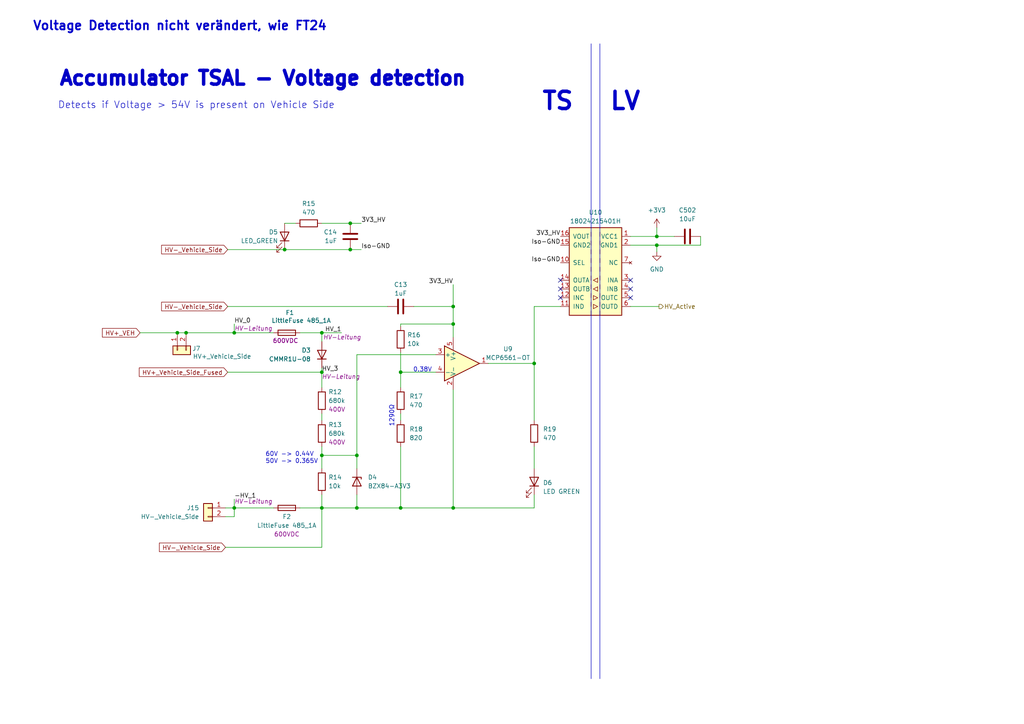
<source format=kicad_sch>
(kicad_sch
	(version 20231120)
	(generator "eeschema")
	(generator_version "8.0")
	(uuid "8187bab8-e1b7-4d6d-913a-e646585e9343")
	(paper "A4")
	(lib_symbols
		(symbol "18024215401H:18024215401H"
			(pin_names
				(offset 1.016)
			)
			(exclude_from_sim no)
			(in_bom yes)
			(on_board yes)
			(property "Reference" "U"
				(at 0 15.875 0)
				(effects
					(font
						(size 1.27 1.27)
					)
				)
			)
			(property "Value" "18024215401H"
				(at 0 13.97 0)
				(effects
					(font
						(size 1.27 1.27)
					)
				)
			)
			(property "Footprint" "Package_SO:SOIC-16W_7.5x10.3mm_P1.27mm"
				(at 0 -13.97 0)
				(effects
					(font
						(size 1.27 1.27)
						(italic yes)
					)
					(hide yes)
				)
			)
			(property "Datasheet" "https://www.we-online.com/components/products/datasheet/18024215401L.pdf"
				(at 1.27 17.78 0)
				(effects
					(font
						(size 1.27 1.27)
					)
					(hide yes)
				)
			)
			(property "Description" ""
				(at 0 0 0)
				(effects
					(font
						(size 1.27 1.27)
					)
					(hide yes)
				)
			)
			(property "ki_keywords" "4Ch Quad Digital Isolator 25Mbps"
				(at 0 0 0)
				(effects
					(font
						(size 1.27 1.27)
					)
					(hide yes)
				)
			)
			(property "ki_fp_filters" "SO*"
				(at 0 0 0)
				(effects
					(font
						(size 1.27 1.27)
					)
					(hide yes)
				)
			)
			(symbol "18024215401H_0_1"
				(rectangle
					(start -7.62 12.7)
					(end 7.62 -12.7)
					(stroke
						(width 0.254)
						(type default)
					)
					(fill
						(type background)
					)
				)
				(polyline
					(pts
						(xy -1.27 -11.43) (xy -1.27 -12.7)
					)
					(stroke
						(width 0)
						(type default)
					)
					(fill
						(type none)
					)
				)
				(polyline
					(pts
						(xy -1.27 -8.89) (xy -1.27 -10.16)
					)
					(stroke
						(width 0)
						(type default)
					)
					(fill
						(type none)
					)
				)
				(polyline
					(pts
						(xy -1.27 -6.35) (xy -1.27 -7.62)
					)
					(stroke
						(width 0)
						(type default)
					)
					(fill
						(type none)
					)
				)
				(polyline
					(pts
						(xy -1.27 -3.81) (xy -1.27 -5.08)
					)
					(stroke
						(width 0)
						(type default)
					)
					(fill
						(type none)
					)
				)
				(polyline
					(pts
						(xy -1.27 -1.27) (xy -1.27 -2.54)
					)
					(stroke
						(width 0)
						(type default)
					)
					(fill
						(type none)
					)
				)
				(polyline
					(pts
						(xy -1.27 1.27) (xy -1.27 0)
					)
					(stroke
						(width 0)
						(type default)
					)
					(fill
						(type none)
					)
				)
				(polyline
					(pts
						(xy -1.27 3.81) (xy -1.27 2.54)
					)
					(stroke
						(width 0)
						(type default)
					)
					(fill
						(type none)
					)
				)
				(polyline
					(pts
						(xy -1.27 6.35) (xy -1.27 5.08)
					)
					(stroke
						(width 0)
						(type default)
					)
					(fill
						(type none)
					)
				)
				(polyline
					(pts
						(xy -1.27 8.89) (xy -1.27 7.62)
					)
					(stroke
						(width 0)
						(type default)
					)
					(fill
						(type none)
					)
				)
				(polyline
					(pts
						(xy -1.27 11.43) (xy -1.27 10.16)
					)
					(stroke
						(width 0)
						(type default)
					)
					(fill
						(type none)
					)
				)
				(polyline
					(pts
						(xy 1.27 -11.43) (xy 1.27 -12.7)
					)
					(stroke
						(width 0)
						(type default)
					)
					(fill
						(type none)
					)
				)
				(polyline
					(pts
						(xy 1.27 -8.89) (xy 1.27 -10.16)
					)
					(stroke
						(width 0)
						(type default)
					)
					(fill
						(type none)
					)
				)
				(polyline
					(pts
						(xy 1.27 -6.35) (xy 1.27 -7.62)
					)
					(stroke
						(width 0)
						(type default)
					)
					(fill
						(type none)
					)
				)
				(polyline
					(pts
						(xy 1.27 -3.81) (xy 1.27 -5.08)
					)
					(stroke
						(width 0)
						(type default)
					)
					(fill
						(type none)
					)
				)
				(polyline
					(pts
						(xy 1.27 -1.27) (xy 1.27 -2.54)
					)
					(stroke
						(width 0)
						(type default)
					)
					(fill
						(type none)
					)
				)
				(polyline
					(pts
						(xy 1.27 1.27) (xy 1.27 0)
					)
					(stroke
						(width 0)
						(type default)
					)
					(fill
						(type none)
					)
				)
				(polyline
					(pts
						(xy 1.27 3.81) (xy 1.27 2.54)
					)
					(stroke
						(width 0)
						(type default)
					)
					(fill
						(type none)
					)
				)
				(polyline
					(pts
						(xy 1.27 6.35) (xy 1.27 5.08)
					)
					(stroke
						(width 0)
						(type default)
					)
					(fill
						(type none)
					)
				)
				(polyline
					(pts
						(xy 1.27 8.89) (xy 1.27 7.62)
					)
					(stroke
						(width 0)
						(type default)
					)
					(fill
						(type none)
					)
				)
				(polyline
					(pts
						(xy 1.27 11.43) (xy 1.27 10.16)
					)
					(stroke
						(width 0)
						(type default)
					)
					(fill
						(type none)
					)
				)
				(polyline
					(pts
						(xy -0.635 -10.16) (xy 0.635 -9.525) (xy 0.635 -10.795) (xy -0.635 -10.16)
					)
					(stroke
						(width 0)
						(type default)
					)
					(fill
						(type none)
					)
				)
				(polyline
					(pts
						(xy -0.635 -7.62) (xy 0.635 -6.985) (xy 0.635 -8.255) (xy -0.635 -7.62)
					)
					(stroke
						(width 0)
						(type default)
					)
					(fill
						(type none)
					)
				)
				(polyline
					(pts
						(xy -0.635 -4.445) (xy -0.635 -5.715) (xy 0.635 -5.08) (xy -0.635 -4.445)
					)
					(stroke
						(width 0)
						(type default)
					)
					(fill
						(type none)
					)
				)
				(polyline
					(pts
						(xy -0.635 -1.905) (xy -0.635 -3.175) (xy 0.635 -2.54) (xy -0.635 -1.905)
					)
					(stroke
						(width 0)
						(type default)
					)
					(fill
						(type none)
					)
				)
			)
			(symbol "18024215401H_1_1"
				(pin power_in line
					(at -10.16 10.16 0)
					(length 2.54)
					(name "VCC1"
						(effects
							(font
								(size 1.27 1.27)
							)
						)
					)
					(number "1"
						(effects
							(font
								(size 1.27 1.27)
							)
						)
					)
				)
				(pin input line
					(at 10.16 2.54 180)
					(length 2.54)
					(name "SEL"
						(effects
							(font
								(size 1.27 1.27)
							)
						)
					)
					(number "10"
						(effects
							(font
								(size 1.27 1.27)
							)
						)
					)
				)
				(pin input line
					(at 10.16 -10.16 180)
					(length 2.54)
					(name "IND"
						(effects
							(font
								(size 1.27 1.27)
							)
						)
					)
					(number "11"
						(effects
							(font
								(size 1.27 1.27)
							)
						)
					)
				)
				(pin input line
					(at 10.16 -7.62 180)
					(length 2.54)
					(name "INC"
						(effects
							(font
								(size 1.27 1.27)
							)
						)
					)
					(number "12"
						(effects
							(font
								(size 1.27 1.27)
							)
						)
					)
				)
				(pin output line
					(at 10.16 -5.08 180)
					(length 2.54)
					(name "OUTB"
						(effects
							(font
								(size 1.27 1.27)
							)
						)
					)
					(number "13"
						(effects
							(font
								(size 1.27 1.27)
							)
						)
					)
				)
				(pin output line
					(at 10.16 -2.54 180)
					(length 2.54)
					(name "OUTA"
						(effects
							(font
								(size 1.27 1.27)
							)
						)
					)
					(number "14"
						(effects
							(font
								(size 1.27 1.27)
							)
						)
					)
				)
				(pin power_out line
					(at 10.16 7.62 180)
					(length 2.54)
					(name "GND2"
						(effects
							(font
								(size 1.27 1.27)
							)
						)
					)
					(number "15"
						(effects
							(font
								(size 1.27 1.27)
							)
						)
					)
				)
				(pin power_out line
					(at 10.16 10.16 180)
					(length 2.54)
					(name "VOUT"
						(effects
							(font
								(size 1.27 1.27)
							)
						)
					)
					(number "16"
						(effects
							(font
								(size 1.27 1.27)
							)
						)
					)
				)
				(pin power_in line
					(at -10.16 7.62 0)
					(length 2.54)
					(name "GND1"
						(effects
							(font
								(size 1.27 1.27)
							)
						)
					)
					(number "2"
						(effects
							(font
								(size 1.27 1.27)
							)
						)
					)
				)
				(pin input line
					(at -10.16 -2.54 0)
					(length 2.54)
					(name "INA"
						(effects
							(font
								(size 1.27 1.27)
							)
						)
					)
					(number "3"
						(effects
							(font
								(size 1.27 1.27)
							)
						)
					)
				)
				(pin input line
					(at -10.16 -5.08 0)
					(length 2.54)
					(name "INB"
						(effects
							(font
								(size 1.27 1.27)
							)
						)
					)
					(number "4"
						(effects
							(font
								(size 1.27 1.27)
							)
						)
					)
				)
				(pin output line
					(at -10.16 -7.62 0)
					(length 2.54)
					(name "OUTC"
						(effects
							(font
								(size 1.27 1.27)
							)
						)
					)
					(number "5"
						(effects
							(font
								(size 1.27 1.27)
							)
						)
					)
				)
				(pin output line
					(at -10.16 -10.16 0)
					(length 2.54)
					(name "OUTD"
						(effects
							(font
								(size 1.27 1.27)
							)
						)
					)
					(number "6"
						(effects
							(font
								(size 1.27 1.27)
							)
						)
					)
				)
				(pin no_connect line
					(at -10.16 2.54 0)
					(length 2.54)
					(name "NC"
						(effects
							(font
								(size 1.27 1.27)
							)
						)
					)
					(number "7"
						(effects
							(font
								(size 1.27 1.27)
							)
						)
					)
				)
				(pin power_in line
					(at -10.16 7.62 0)
					(length 2.54) hide
					(name "GND1"
						(effects
							(font
								(size 1.27 1.27)
							)
						)
					)
					(number "8"
						(effects
							(font
								(size 1.27 1.27)
							)
						)
					)
				)
				(pin power_out line
					(at 10.16 7.62 180)
					(length 2.54) hide
					(name "GND2"
						(effects
							(font
								(size 1.27 1.27)
							)
						)
					)
					(number "9"
						(effects
							(font
								(size 1.27 1.27)
							)
						)
					)
				)
			)
		)
		(symbol "Comparator:MCP6561-OT"
			(pin_names
				(offset 0.127)
			)
			(exclude_from_sim no)
			(in_bom yes)
			(on_board yes)
			(property "Reference" "U"
				(at -1.27 6.35 0)
				(effects
					(font
						(size 1.27 1.27)
					)
					(justify left)
				)
			)
			(property "Value" "MCP6561-OT"
				(at -1.27 3.81 0)
				(effects
					(font
						(size 1.27 1.27)
					)
					(justify left)
				)
			)
			(property "Footprint" "Package_TO_SOT_SMD:SOT-23-5"
				(at -2.54 -5.08 0)
				(effects
					(font
						(size 1.27 1.27)
					)
					(justify left)
					(hide yes)
				)
			)
			(property "Datasheet" "http://ww1.microchip.com/downloads/en/DeviceDoc/MCP6561-1R-1U-2-4-1.8V-Low-Power-Push-Pull-Output-Comparator-DS20002139E.pdf"
				(at 0 5.08 0)
				(effects
					(font
						(size 1.27 1.27)
					)
					(hide yes)
				)
			)
			(property "Description" "Single 1.8V Low-Power Push-Pull Output Comparator, SOT-23-5"
				(at 0 0 0)
				(effects
					(font
						(size 1.27 1.27)
					)
					(hide yes)
				)
			)
			(property "ki_keywords" "cmp"
				(at 0 0 0)
				(effects
					(font
						(size 1.27 1.27)
					)
					(hide yes)
				)
			)
			(property "ki_fp_filters" "SOT?23*"
				(at 0 0 0)
				(effects
					(font
						(size 1.27 1.27)
					)
					(hide yes)
				)
			)
			(symbol "MCP6561-OT_0_1"
				(polyline
					(pts
						(xy -5.08 5.08) (xy 5.08 0) (xy -5.08 -5.08) (xy -5.08 5.08)
					)
					(stroke
						(width 0.254)
						(type default)
					)
					(fill
						(type background)
					)
				)
				(pin power_in line
					(at -2.54 -7.62 90)
					(length 3.81)
					(name "V-"
						(effects
							(font
								(size 1.27 1.27)
							)
						)
					)
					(number "2"
						(effects
							(font
								(size 1.27 1.27)
							)
						)
					)
				)
				(pin power_in line
					(at -2.54 7.62 270)
					(length 3.81)
					(name "V+"
						(effects
							(font
								(size 1.27 1.27)
							)
						)
					)
					(number "5"
						(effects
							(font
								(size 1.27 1.27)
							)
						)
					)
				)
			)
			(symbol "MCP6561-OT_1_1"
				(pin output line
					(at 7.62 0 180)
					(length 2.54)
					(name "~"
						(effects
							(font
								(size 1.27 1.27)
							)
						)
					)
					(number "1"
						(effects
							(font
								(size 1.27 1.27)
							)
						)
					)
				)
				(pin input line
					(at -7.62 2.54 0)
					(length 2.54)
					(name "+"
						(effects
							(font
								(size 1.27 1.27)
							)
						)
					)
					(number "3"
						(effects
							(font
								(size 1.27 1.27)
							)
						)
					)
				)
				(pin input line
					(at -7.62 -2.54 0)
					(length 2.54)
					(name "-"
						(effects
							(font
								(size 1.27 1.27)
							)
						)
					)
					(number "4"
						(effects
							(font
								(size 1.27 1.27)
							)
						)
					)
				)
			)
		)
		(symbol "Connector_Generic:Conn_01x02"
			(pin_names
				(offset 1.016) hide)
			(exclude_from_sim no)
			(in_bom yes)
			(on_board yes)
			(property "Reference" "J"
				(at 0 2.54 0)
				(effects
					(font
						(size 1.27 1.27)
					)
				)
			)
			(property "Value" "Conn_01x02"
				(at 0 -5.08 0)
				(effects
					(font
						(size 1.27 1.27)
					)
				)
			)
			(property "Footprint" ""
				(at 0 0 0)
				(effects
					(font
						(size 1.27 1.27)
					)
					(hide yes)
				)
			)
			(property "Datasheet" "~"
				(at 0 0 0)
				(effects
					(font
						(size 1.27 1.27)
					)
					(hide yes)
				)
			)
			(property "Description" "Generic connector, single row, 01x02, script generated (kicad-library-utils/schlib/autogen/connector/)"
				(at 0 0 0)
				(effects
					(font
						(size 1.27 1.27)
					)
					(hide yes)
				)
			)
			(property "ki_keywords" "connector"
				(at 0 0 0)
				(effects
					(font
						(size 1.27 1.27)
					)
					(hide yes)
				)
			)
			(property "ki_fp_filters" "Connector*:*_1x??_*"
				(at 0 0 0)
				(effects
					(font
						(size 1.27 1.27)
					)
					(hide yes)
				)
			)
			(symbol "Conn_01x02_1_1"
				(rectangle
					(start -1.27 -2.413)
					(end 0 -2.667)
					(stroke
						(width 0.1524)
						(type default)
					)
					(fill
						(type none)
					)
				)
				(rectangle
					(start -1.27 0.127)
					(end 0 -0.127)
					(stroke
						(width 0.1524)
						(type default)
					)
					(fill
						(type none)
					)
				)
				(rectangle
					(start -1.27 1.27)
					(end 1.27 -3.81)
					(stroke
						(width 0.254)
						(type default)
					)
					(fill
						(type background)
					)
				)
				(pin passive line
					(at -5.08 0 0)
					(length 3.81)
					(name "Pin_1"
						(effects
							(font
								(size 1.27 1.27)
							)
						)
					)
					(number "1"
						(effects
							(font
								(size 1.27 1.27)
							)
						)
					)
				)
				(pin passive line
					(at -5.08 -2.54 0)
					(length 3.81)
					(name "Pin_2"
						(effects
							(font
								(size 1.27 1.27)
							)
						)
					)
					(number "2"
						(effects
							(font
								(size 1.27 1.27)
							)
						)
					)
				)
			)
		)
		(symbol "Device:C"
			(pin_numbers hide)
			(pin_names
				(offset 0.254)
			)
			(exclude_from_sim no)
			(in_bom yes)
			(on_board yes)
			(property "Reference" "C"
				(at 0.635 2.54 0)
				(effects
					(font
						(size 1.27 1.27)
					)
					(justify left)
				)
			)
			(property "Value" "C"
				(at 0.635 -2.54 0)
				(effects
					(font
						(size 1.27 1.27)
					)
					(justify left)
				)
			)
			(property "Footprint" ""
				(at 0.9652 -3.81 0)
				(effects
					(font
						(size 1.27 1.27)
					)
					(hide yes)
				)
			)
			(property "Datasheet" "~"
				(at 0 0 0)
				(effects
					(font
						(size 1.27 1.27)
					)
					(hide yes)
				)
			)
			(property "Description" "Unpolarized capacitor"
				(at 0 0 0)
				(effects
					(font
						(size 1.27 1.27)
					)
					(hide yes)
				)
			)
			(property "ki_keywords" "cap capacitor"
				(at 0 0 0)
				(effects
					(font
						(size 1.27 1.27)
					)
					(hide yes)
				)
			)
			(property "ki_fp_filters" "C_*"
				(at 0 0 0)
				(effects
					(font
						(size 1.27 1.27)
					)
					(hide yes)
				)
			)
			(symbol "C_0_1"
				(polyline
					(pts
						(xy -2.032 -0.762) (xy 2.032 -0.762)
					)
					(stroke
						(width 0.508)
						(type default)
					)
					(fill
						(type none)
					)
				)
				(polyline
					(pts
						(xy -2.032 0.762) (xy 2.032 0.762)
					)
					(stroke
						(width 0.508)
						(type default)
					)
					(fill
						(type none)
					)
				)
			)
			(symbol "C_1_1"
				(pin passive line
					(at 0 3.81 270)
					(length 2.794)
					(name "~"
						(effects
							(font
								(size 1.27 1.27)
							)
						)
					)
					(number "1"
						(effects
							(font
								(size 1.27 1.27)
							)
						)
					)
				)
				(pin passive line
					(at 0 -3.81 90)
					(length 2.794)
					(name "~"
						(effects
							(font
								(size 1.27 1.27)
							)
						)
					)
					(number "2"
						(effects
							(font
								(size 1.27 1.27)
							)
						)
					)
				)
			)
		)
		(symbol "Device:LED"
			(pin_numbers hide)
			(pin_names
				(offset 1.016) hide)
			(exclude_from_sim no)
			(in_bom yes)
			(on_board yes)
			(property "Reference" "D"
				(at 0 2.54 0)
				(effects
					(font
						(size 1.27 1.27)
					)
				)
			)
			(property "Value" "LED"
				(at 0 -2.54 0)
				(effects
					(font
						(size 1.27 1.27)
					)
				)
			)
			(property "Footprint" ""
				(at 0 0 0)
				(effects
					(font
						(size 1.27 1.27)
					)
					(hide yes)
				)
			)
			(property "Datasheet" "~"
				(at 0 0 0)
				(effects
					(font
						(size 1.27 1.27)
					)
					(hide yes)
				)
			)
			(property "Description" "Light emitting diode"
				(at 0 0 0)
				(effects
					(font
						(size 1.27 1.27)
					)
					(hide yes)
				)
			)
			(property "ki_keywords" "LED diode"
				(at 0 0 0)
				(effects
					(font
						(size 1.27 1.27)
					)
					(hide yes)
				)
			)
			(property "ki_fp_filters" "LED* LED_SMD:* LED_THT:*"
				(at 0 0 0)
				(effects
					(font
						(size 1.27 1.27)
					)
					(hide yes)
				)
			)
			(symbol "LED_0_1"
				(polyline
					(pts
						(xy -1.27 -1.27) (xy -1.27 1.27)
					)
					(stroke
						(width 0.254)
						(type default)
					)
					(fill
						(type none)
					)
				)
				(polyline
					(pts
						(xy -1.27 0) (xy 1.27 0)
					)
					(stroke
						(width 0)
						(type default)
					)
					(fill
						(type none)
					)
				)
				(polyline
					(pts
						(xy 1.27 -1.27) (xy 1.27 1.27) (xy -1.27 0) (xy 1.27 -1.27)
					)
					(stroke
						(width 0.254)
						(type default)
					)
					(fill
						(type none)
					)
				)
				(polyline
					(pts
						(xy -3.048 -0.762) (xy -4.572 -2.286) (xy -3.81 -2.286) (xy -4.572 -2.286) (xy -4.572 -1.524)
					)
					(stroke
						(width 0)
						(type default)
					)
					(fill
						(type none)
					)
				)
				(polyline
					(pts
						(xy -1.778 -0.762) (xy -3.302 -2.286) (xy -2.54 -2.286) (xy -3.302 -2.286) (xy -3.302 -1.524)
					)
					(stroke
						(width 0)
						(type default)
					)
					(fill
						(type none)
					)
				)
			)
			(symbol "LED_1_1"
				(pin passive line
					(at -3.81 0 0)
					(length 2.54)
					(name "K"
						(effects
							(font
								(size 1.27 1.27)
							)
						)
					)
					(number "1"
						(effects
							(font
								(size 1.27 1.27)
							)
						)
					)
				)
				(pin passive line
					(at 3.81 0 180)
					(length 2.54)
					(name "A"
						(effects
							(font
								(size 1.27 1.27)
							)
						)
					)
					(number "2"
						(effects
							(font
								(size 1.27 1.27)
							)
						)
					)
				)
			)
		)
		(symbol "Device:R"
			(pin_numbers hide)
			(pin_names
				(offset 0)
			)
			(exclude_from_sim no)
			(in_bom yes)
			(on_board yes)
			(property "Reference" "R"
				(at 2.032 0 90)
				(effects
					(font
						(size 1.27 1.27)
					)
				)
			)
			(property "Value" "R"
				(at 0 0 90)
				(effects
					(font
						(size 1.27 1.27)
					)
				)
			)
			(property "Footprint" ""
				(at -1.778 0 90)
				(effects
					(font
						(size 1.27 1.27)
					)
					(hide yes)
				)
			)
			(property "Datasheet" "~"
				(at 0 0 0)
				(effects
					(font
						(size 1.27 1.27)
					)
					(hide yes)
				)
			)
			(property "Description" "Resistor"
				(at 0 0 0)
				(effects
					(font
						(size 1.27 1.27)
					)
					(hide yes)
				)
			)
			(property "ki_keywords" "R res resistor"
				(at 0 0 0)
				(effects
					(font
						(size 1.27 1.27)
					)
					(hide yes)
				)
			)
			(property "ki_fp_filters" "R_*"
				(at 0 0 0)
				(effects
					(font
						(size 1.27 1.27)
					)
					(hide yes)
				)
			)
			(symbol "R_0_1"
				(rectangle
					(start -1.016 -2.54)
					(end 1.016 2.54)
					(stroke
						(width 0.254)
						(type default)
					)
					(fill
						(type none)
					)
				)
			)
			(symbol "R_1_1"
				(pin passive line
					(at 0 3.81 270)
					(length 1.27)
					(name "~"
						(effects
							(font
								(size 1.27 1.27)
							)
						)
					)
					(number "1"
						(effects
							(font
								(size 1.27 1.27)
							)
						)
					)
				)
				(pin passive line
					(at 0 -3.81 90)
					(length 1.27)
					(name "~"
						(effects
							(font
								(size 1.27 1.27)
							)
						)
					)
					(number "2"
						(effects
							(font
								(size 1.27 1.27)
							)
						)
					)
				)
			)
		)
		(symbol "FaSTTUBe_Fuses:485_1A"
			(pin_numbers hide)
			(pin_names
				(offset 0)
			)
			(exclude_from_sim no)
			(in_bom yes)
			(on_board yes)
			(property "Reference" "F"
				(at 2.032 0 90)
				(effects
					(font
						(size 1.27 1.27)
					)
				)
			)
			(property "Value" "485_1A"
				(at -5.08 0 90)
				(effects
					(font
						(size 1.27 1.27)
					)
				)
			)
			(property "Footprint" "FaSTTUBe_Fuses:Littelfuse_485"
				(at 5.08 0 90)
				(effects
					(font
						(size 1.27 1.27)
					)
					(hide yes)
				)
			)
			(property "Datasheet" "~"
				(at 0 0 0)
				(effects
					(font
						(size 1.27 1.27)
					)
					(hide yes)
				)
			)
			(property "Description" "Littelfuse 485 Series 600Vdc, 1A"
				(at 0 0 0)
				(effects
					(font
						(size 1.27 1.27)
					)
					(hide yes)
				)
			)
			(property "Voltage" "600VDC"
				(at -2.54 0 90)
				(effects
					(font
						(size 1.27 1.27)
					)
				)
			)
			(property "ki_keywords" "fuse"
				(at 0 0 0)
				(effects
					(font
						(size 1.27 1.27)
					)
					(hide yes)
				)
			)
			(property "ki_fp_filters" "*Fuse*"
				(at 0 0 0)
				(effects
					(font
						(size 1.27 1.27)
					)
					(hide yes)
				)
			)
			(symbol "485_1A_0_1"
				(rectangle
					(start -0.762 -2.54)
					(end 0.762 2.54)
					(stroke
						(width 0.254)
						(type default)
					)
					(fill
						(type none)
					)
				)
				(polyline
					(pts
						(xy 0 2.54) (xy 0 -2.54)
					)
					(stroke
						(width 0)
						(type default)
					)
					(fill
						(type none)
					)
				)
			)
			(symbol "485_1A_1_1"
				(pin passive line
					(at 0 3.81 270)
					(length 1.27)
					(name "~"
						(effects
							(font
								(size 1.27 1.27)
							)
						)
					)
					(number "1"
						(effects
							(font
								(size 1.27 1.27)
							)
						)
					)
				)
				(pin passive line
					(at 0 -3.81 90)
					(length 1.27)
					(name "~"
						(effects
							(font
								(size 1.27 1.27)
							)
						)
					)
					(number "2"
						(effects
							(font
								(size 1.27 1.27)
							)
						)
					)
				)
			)
		)
		(symbol "HV_Indicator:CMMR1U-08"
			(pin_numbers hide)
			(pin_names
				(offset 1.016) hide)
			(exclude_from_sim no)
			(in_bom yes)
			(on_board yes)
			(property "Reference" "D"
				(at 0 2.54 0)
				(effects
					(font
						(size 1.27 1.27)
					)
				)
			)
			(property "Value" "CMMR1U-08"
				(at 0 -2.54 0)
				(effects
					(font
						(size 1.27 1.27)
					)
				)
			)
			(property "Footprint" "Diode_SMD:D_SOD-123F"
				(at 0 0 0)
				(effects
					(font
						(size 1.27 1.27)
					)
					(hide yes)
				)
			)
			(property "Datasheet" "https://www.mouser.de/datasheet/2/68/CSEMS02975_1-2539073.pdf"
				(at 0 0 0)
				(effects
					(font
						(size 1.27 1.27)
					)
					(hide yes)
				)
			)
			(property "Description" "Diode, Vr=800V, I=1.0A"
				(at 0 0 0)
				(effects
					(font
						(size 1.27 1.27)
					)
					(hide yes)
				)
			)
			(property "ki_keywords" "diode"
				(at 0 0 0)
				(effects
					(font
						(size 1.27 1.27)
					)
					(hide yes)
				)
			)
			(property "ki_fp_filters" "TO-???* *_Diode_* *SingleDiode* D_*"
				(at 0 0 0)
				(effects
					(font
						(size 1.27 1.27)
					)
					(hide yes)
				)
			)
			(symbol "CMMR1U-08_0_1"
				(polyline
					(pts
						(xy -1.27 1.27) (xy -1.27 -1.27)
					)
					(stroke
						(width 0.254)
						(type default)
					)
					(fill
						(type none)
					)
				)
				(polyline
					(pts
						(xy 1.27 0) (xy -1.27 0)
					)
					(stroke
						(width 0)
						(type default)
					)
					(fill
						(type none)
					)
				)
				(polyline
					(pts
						(xy 1.27 1.27) (xy 1.27 -1.27) (xy -1.27 0) (xy 1.27 1.27)
					)
					(stroke
						(width 0.254)
						(type default)
					)
					(fill
						(type none)
					)
				)
			)
			(symbol "CMMR1U-08_1_1"
				(pin passive line
					(at -3.81 0 0)
					(length 2.54)
					(name "K"
						(effects
							(font
								(size 1.27 1.27)
							)
						)
					)
					(number "1"
						(effects
							(font
								(size 1.27 1.27)
							)
						)
					)
				)
				(pin passive line
					(at 3.81 0 180)
					(length 2.54)
					(name "A"
						(effects
							(font
								(size 1.27 1.27)
							)
						)
					)
					(number "2"
						(effects
							(font
								(size 1.27 1.27)
							)
						)
					)
				)
			)
		)
		(symbol "Master:BZX84-A5V1"
			(pin_numbers hide)
			(pin_names
				(offset 1.016) hide)
			(exclude_from_sim no)
			(in_bom yes)
			(on_board yes)
			(property "Reference" "D"
				(at 0 2.54 0)
				(effects
					(font
						(size 1.27 1.27)
					)
				)
			)
			(property "Value" "BZX84-A5V1"
				(at 0 -2.54 0)
				(effects
					(font
						(size 1.27 1.27)
					)
				)
			)
			(property "Footprint" "Package_TO_SOT_SMD:SOT-23-3"
				(at 0 5.08 0)
				(effects
					(font
						(size 1.27 1.27)
					)
					(hide yes)
				)
			)
			(property "Datasheet" "~"
				(at 0 0 0)
				(effects
					(font
						(size 1.27 1.27)
					)
					(hide yes)
				)
			)
			(property "Description" "Zener diode 5.1V SOT-23"
				(at 0 0 0)
				(effects
					(font
						(size 1.27 1.27)
					)
					(hide yes)
				)
			)
			(property "ki_keywords" "diode"
				(at 0 0 0)
				(effects
					(font
						(size 1.27 1.27)
					)
					(hide yes)
				)
			)
			(property "ki_fp_filters" "TO-???* *_Diode_* *SingleDiode* D_*"
				(at 0 0 0)
				(effects
					(font
						(size 1.27 1.27)
					)
					(hide yes)
				)
			)
			(symbol "BZX84-A5V1_0_1"
				(polyline
					(pts
						(xy 1.27 0) (xy -1.27 0)
					)
					(stroke
						(width 0)
						(type default)
					)
					(fill
						(type none)
					)
				)
				(polyline
					(pts
						(xy -1.27 -1.27) (xy -1.27 1.27) (xy -0.762 1.27)
					)
					(stroke
						(width 0.254)
						(type default)
					)
					(fill
						(type none)
					)
				)
				(polyline
					(pts
						(xy 1.27 -1.27) (xy 1.27 1.27) (xy -1.27 0) (xy 1.27 -1.27)
					)
					(stroke
						(width 0.254)
						(type default)
					)
					(fill
						(type none)
					)
				)
			)
			(symbol "BZX84-A5V1_1_1"
				(pin passive line
					(at 3.81 0 180)
					(length 2.54)
					(name "A"
						(effects
							(font
								(size 1.27 1.27)
							)
						)
					)
					(number "1"
						(effects
							(font
								(size 1.27 1.27)
							)
						)
					)
				)
				(pin passive line
					(at -3.81 0 0)
					(length 2.54)
					(name "K"
						(effects
							(font
								(size 1.27 1.27)
							)
						)
					)
					(number "3"
						(effects
							(font
								(size 1.27 1.27)
							)
						)
					)
				)
			)
		)
		(symbol "power:+3V3"
			(power)
			(pin_numbers hide)
			(pin_names
				(offset 0) hide)
			(exclude_from_sim no)
			(in_bom yes)
			(on_board yes)
			(property "Reference" "#PWR"
				(at 0 -3.81 0)
				(effects
					(font
						(size 1.27 1.27)
					)
					(hide yes)
				)
			)
			(property "Value" "+3V3"
				(at 0 3.556 0)
				(effects
					(font
						(size 1.27 1.27)
					)
				)
			)
			(property "Footprint" ""
				(at 0 0 0)
				(effects
					(font
						(size 1.27 1.27)
					)
					(hide yes)
				)
			)
			(property "Datasheet" ""
				(at 0 0 0)
				(effects
					(font
						(size 1.27 1.27)
					)
					(hide yes)
				)
			)
			(property "Description" "Power symbol creates a global label with name \"+3V3\""
				(at 0 0 0)
				(effects
					(font
						(size 1.27 1.27)
					)
					(hide yes)
				)
			)
			(property "ki_keywords" "global power"
				(at 0 0 0)
				(effects
					(font
						(size 1.27 1.27)
					)
					(hide yes)
				)
			)
			(symbol "+3V3_0_1"
				(polyline
					(pts
						(xy -0.762 1.27) (xy 0 2.54)
					)
					(stroke
						(width 0)
						(type default)
					)
					(fill
						(type none)
					)
				)
				(polyline
					(pts
						(xy 0 0) (xy 0 2.54)
					)
					(stroke
						(width 0)
						(type default)
					)
					(fill
						(type none)
					)
				)
				(polyline
					(pts
						(xy 0 2.54) (xy 0.762 1.27)
					)
					(stroke
						(width 0)
						(type default)
					)
					(fill
						(type none)
					)
				)
			)
			(symbol "+3V3_1_1"
				(pin power_in line
					(at 0 0 90)
					(length 0)
					(name "~"
						(effects
							(font
								(size 1.27 1.27)
							)
						)
					)
					(number "1"
						(effects
							(font
								(size 1.27 1.27)
							)
						)
					)
				)
			)
		)
		(symbol "power:GND"
			(power)
			(pin_numbers hide)
			(pin_names
				(offset 0) hide)
			(exclude_from_sim no)
			(in_bom yes)
			(on_board yes)
			(property "Reference" "#PWR"
				(at 0 -6.35 0)
				(effects
					(font
						(size 1.27 1.27)
					)
					(hide yes)
				)
			)
			(property "Value" "GND"
				(at 0 -3.81 0)
				(effects
					(font
						(size 1.27 1.27)
					)
				)
			)
			(property "Footprint" ""
				(at 0 0 0)
				(effects
					(font
						(size 1.27 1.27)
					)
					(hide yes)
				)
			)
			(property "Datasheet" ""
				(at 0 0 0)
				(effects
					(font
						(size 1.27 1.27)
					)
					(hide yes)
				)
			)
			(property "Description" "Power symbol creates a global label with name \"GND\" , ground"
				(at 0 0 0)
				(effects
					(font
						(size 1.27 1.27)
					)
					(hide yes)
				)
			)
			(property "ki_keywords" "global power"
				(at 0 0 0)
				(effects
					(font
						(size 1.27 1.27)
					)
					(hide yes)
				)
			)
			(symbol "GND_0_1"
				(polyline
					(pts
						(xy 0 0) (xy 0 -1.27) (xy 1.27 -1.27) (xy 0 -2.54) (xy -1.27 -1.27) (xy 0 -1.27)
					)
					(stroke
						(width 0)
						(type default)
					)
					(fill
						(type none)
					)
				)
			)
			(symbol "GND_1_1"
				(pin power_in line
					(at 0 0 270)
					(length 0)
					(name "~"
						(effects
							(font
								(size 1.27 1.27)
							)
						)
					)
					(number "1"
						(effects
							(font
								(size 1.27 1.27)
							)
						)
					)
				)
			)
		)
	)
	(junction
		(at 82.55 72.39)
		(diameter 0)
		(color 0 0 0 0)
		(uuid "1325e657-369f-435e-b5c6-ae9c7bd78753")
	)
	(junction
		(at 154.94 105.41)
		(diameter 0)
		(color 0 0 0 0)
		(uuid "19e8c8de-0c21-4c0a-b36c-50c48d583931")
	)
	(junction
		(at 67.945 147.32)
		(diameter 0)
		(color 0 0 0 0)
		(uuid "30e037c0-ec6c-4383-8183-fad876dae8b9")
	)
	(junction
		(at 93.345 96.52)
		(diameter 0)
		(color 0 0 0 0)
		(uuid "34bd49f2-5041-4bb0-a27c-151d30bd8696")
	)
	(junction
		(at 93.345 132.08)
		(diameter 0)
		(color 0 0 0 0)
		(uuid "35d2d975-3a6e-4239-83ae-36b1e56b1957")
	)
	(junction
		(at 103.505 147.32)
		(diameter 0)
		(color 0 0 0 0)
		(uuid "413ec718-fa89-4703-9c8d-09a4b10d0deb")
	)
	(junction
		(at 101.6 72.39)
		(diameter 0)
		(color 0 0 0 0)
		(uuid "4624e293-7147-42ca-8e20-d305bef4eaed")
	)
	(junction
		(at 190.5 71.12)
		(diameter 0)
		(color 0 0 0 0)
		(uuid "79d78e7c-287a-4e2c-8ce1-0c24689409b6")
	)
	(junction
		(at 116.205 107.95)
		(diameter 0)
		(color 0 0 0 0)
		(uuid "7ef8a700-6824-464a-82f0-67a6cd2c1637")
	)
	(junction
		(at 103.505 132.08)
		(diameter 0)
		(color 0 0 0 0)
		(uuid "8136cb26-46df-4cdc-aa10-a06cd5f81d23")
	)
	(junction
		(at 101.6 64.77)
		(diameter 0)
		(color 0 0 0 0)
		(uuid "859a292d-6680-4e43-8386-1557650bfcd2")
	)
	(junction
		(at 53.975 96.52)
		(diameter 0)
		(color 0 0 0 0)
		(uuid "8d95ff43-309e-4140-b9e8-214ba15497ca")
	)
	(junction
		(at 93.345 107.95)
		(diameter 0)
		(color 0 0 0 0)
		(uuid "a0ea94e8-b4cb-46da-970d-91cdc27af821")
	)
	(junction
		(at 131.445 88.9)
		(diameter 0)
		(color 0 0 0 0)
		(uuid "c149ca5f-573b-495a-b4c7-8242706c9694")
	)
	(junction
		(at 93.345 147.32)
		(diameter 0)
		(color 0 0 0 0)
		(uuid "d4876746-bddf-46b2-8308-5d3ee9bb08f6")
	)
	(junction
		(at 51.435 96.52)
		(diameter 0)
		(color 0 0 0 0)
		(uuid "d83d1062-340b-413d-b95f-783df3cc801f")
	)
	(junction
		(at 131.445 93.98)
		(diameter 0)
		(color 0 0 0 0)
		(uuid "d9f8f98a-d96e-49d3-9fcd-c69116b8d94f")
	)
	(junction
		(at 67.945 96.52)
		(diameter 0)
		(color 0 0 0 0)
		(uuid "dee3800d-ec57-45fc-aaf9-ce39fbf2f1ed")
	)
	(junction
		(at 131.445 147.32)
		(diameter 0)
		(color 0 0 0 0)
		(uuid "e505938e-ceac-43df-94bf-e742f37365b9")
	)
	(junction
		(at 190.5 68.58)
		(diameter 0)
		(color 0 0 0 0)
		(uuid "f7c59671-7bcf-4bb5-95f8-a60f381f98d8")
	)
	(junction
		(at 116.205 147.32)
		(diameter 0)
		(color 0 0 0 0)
		(uuid "fcaed05c-44c1-4949-b336-a52ac1bd93da")
	)
	(no_connect
		(at 182.88 86.36)
		(uuid "0dd732aa-7d7b-47ff-9deb-4314060d8f22")
	)
	(no_connect
		(at 182.88 81.28)
		(uuid "2d061b53-8e34-4d27-80fe-662b5274d1b5")
	)
	(no_connect
		(at 162.56 86.36)
		(uuid "4eb71446-8cdf-4494-973a-b117ed749cbe")
	)
	(no_connect
		(at 182.88 83.82)
		(uuid "91ca37eb-bf0a-43b9-a9b2-1422145facff")
	)
	(no_connect
		(at 162.56 81.28)
		(uuid "9a4c7fb7-9a24-411f-92d9-d98777e5cb82")
	)
	(no_connect
		(at 162.56 83.82)
		(uuid "b8d406f0-02fd-4769-a835-5c8ab5231f9d")
	)
	(wire
		(pts
			(xy 67.945 147.32) (xy 65.405 147.32)
		)
		(stroke
			(width 0)
			(type default)
		)
		(uuid "0361bab7-301d-4ff8-b817-d3d9412d62ed")
	)
	(wire
		(pts
			(xy 182.88 88.9) (xy 191.135 88.9)
		)
		(stroke
			(width 0)
			(type default)
		)
		(uuid "0e2b7d8a-cf7c-49d7-8ff5-32656e626f03")
	)
	(wire
		(pts
			(xy 93.345 132.08) (xy 93.345 135.89)
		)
		(stroke
			(width 0)
			(type default)
		)
		(uuid "0ecad4b2-3831-495f-ba64-88f071d07fe1")
	)
	(wire
		(pts
			(xy 203.2 68.58) (xy 203.2 71.12)
		)
		(stroke
			(width 0)
			(type default)
		)
		(uuid "1027b0d4-9ace-4045-8cc8-9e532be77986")
	)
	(wire
		(pts
			(xy 141.605 105.41) (xy 154.94 105.41)
		)
		(stroke
			(width 0)
			(type default)
		)
		(uuid "11a2cce3-24f5-4f87-9bc2-b6f240fd1eea")
	)
	(wire
		(pts
			(xy 120.015 88.9) (xy 131.445 88.9)
		)
		(stroke
			(width 0)
			(type default)
		)
		(uuid "148a1fc6-5b2e-4fb0-9f02-f2fd12c7eeda")
	)
	(wire
		(pts
			(xy 154.94 88.9) (xy 154.94 105.41)
		)
		(stroke
			(width 0)
			(type default)
		)
		(uuid "159f13ac-c311-45a2-a750-83c3e03bf54d")
	)
	(wire
		(pts
			(xy 40.64 96.52) (xy 51.435 96.52)
		)
		(stroke
			(width 0)
			(type default)
		)
		(uuid "1a712c2e-65f9-428e-bcc1-88d4af2c3658")
	)
	(wire
		(pts
			(xy 190.5 66.04) (xy 190.5 68.58)
		)
		(stroke
			(width 0)
			(type default)
		)
		(uuid "21d67a3d-8e7d-4397-9b38-790822ba0dac")
	)
	(wire
		(pts
			(xy 116.205 129.54) (xy 116.205 147.32)
		)
		(stroke
			(width 0)
			(type default)
		)
		(uuid "23a694be-24cd-4818-a054-74dc33e59190")
	)
	(wire
		(pts
			(xy 67.945 93.98) (xy 67.945 96.52)
		)
		(stroke
			(width 0)
			(type default)
		)
		(uuid "29ae49d7-eae1-4128-9199-f331e01a919e")
	)
	(wire
		(pts
			(xy 154.94 135.89) (xy 154.94 129.54)
		)
		(stroke
			(width 0)
			(type default)
		)
		(uuid "2da52933-738d-4070-9ea4-7dbe5b88f36b")
	)
	(wire
		(pts
			(xy 103.505 132.08) (xy 103.505 135.89)
		)
		(stroke
			(width 0)
			(type default)
		)
		(uuid "31cc6249-0a6f-40b9-ba97-f49003b36ddc")
	)
	(wire
		(pts
			(xy 116.205 93.98) (xy 131.445 93.98)
		)
		(stroke
			(width 0)
			(type default)
		)
		(uuid "33948630-503f-4368-b5a1-4133118a8043")
	)
	(wire
		(pts
			(xy 99.06 96.52) (xy 93.345 96.52)
		)
		(stroke
			(width 0)
			(type default)
		)
		(uuid "34f9b0d2-ec9b-49d7-ab0c-0c9ac818b294")
	)
	(wire
		(pts
			(xy 93.345 147.32) (xy 93.345 143.51)
		)
		(stroke
			(width 0)
			(type default)
		)
		(uuid "3aef293e-1861-4ec0-9bc4-205a1d145ba1")
	)
	(wire
		(pts
			(xy 116.205 147.32) (xy 103.505 147.32)
		)
		(stroke
			(width 0)
			(type default)
		)
		(uuid "3c0003ad-a5c9-45bf-9144-b7c98ea84450")
	)
	(wire
		(pts
			(xy 154.94 105.41) (xy 154.94 121.92)
		)
		(stroke
			(width 0)
			(type default)
		)
		(uuid "48c33060-13ab-4a0c-8b6f-dd71539a3e75")
	)
	(wire
		(pts
			(xy 154.94 147.32) (xy 131.445 147.32)
		)
		(stroke
			(width 0)
			(type default)
		)
		(uuid "4ace33fb-be7d-44da-91ba-9c52bd2d239f")
	)
	(wire
		(pts
			(xy 182.88 68.58) (xy 190.5 68.58)
		)
		(stroke
			(width 0)
			(type default)
		)
		(uuid "4f1dcd1a-b07e-41cd-95ff-4337ef2ff885")
	)
	(wire
		(pts
			(xy 65.405 158.75) (xy 93.345 158.75)
		)
		(stroke
			(width 0)
			(type default)
		)
		(uuid "51b5773d-3c81-45d5-b7a7-3526577ae096")
	)
	(wire
		(pts
			(xy 82.55 72.39) (xy 101.6 72.39)
		)
		(stroke
			(width 0)
			(type default)
		)
		(uuid "530ec4e8-8939-4a0d-a2c6-84210ea10aab")
	)
	(wire
		(pts
			(xy 116.205 107.95) (xy 116.205 112.395)
		)
		(stroke
			(width 0)
			(type default)
		)
		(uuid "55168837-12ba-4f5f-b964-c6c016db7172")
	)
	(wire
		(pts
			(xy 131.445 113.03) (xy 131.445 147.32)
		)
		(stroke
			(width 0)
			(type default)
		)
		(uuid "58d0f5d9-ddfb-4a7b-a8a2-3b996ecb56f1")
	)
	(wire
		(pts
			(xy 116.205 94.615) (xy 116.205 93.98)
		)
		(stroke
			(width 0)
			(type default)
		)
		(uuid "5b486108-9d8a-43a8-b5f5-620fca28ef5c")
	)
	(wire
		(pts
			(xy 154.94 143.51) (xy 154.94 147.32)
		)
		(stroke
			(width 0)
			(type default)
		)
		(uuid "636f8c75-4e11-4e4a-a19d-0fa69dfbf322")
	)
	(wire
		(pts
			(xy 112.395 88.9) (xy 66.04 88.9)
		)
		(stroke
			(width 0)
			(type default)
		)
		(uuid "645c4523-22d4-4d91-bd6f-a5fb1350d0ec")
	)
	(wire
		(pts
			(xy 82.55 64.77) (xy 85.725 64.77)
		)
		(stroke
			(width 0)
			(type default)
		)
		(uuid "68503ae2-5c47-48d6-b8f0-74b4deec94a5")
	)
	(wire
		(pts
			(xy 103.505 143.51) (xy 103.505 147.32)
		)
		(stroke
			(width 0)
			(type default)
		)
		(uuid "6bb9135f-1742-4560-a06b-77cdcadeede2")
	)
	(wire
		(pts
			(xy 154.94 88.9) (xy 162.56 88.9)
		)
		(stroke
			(width 0)
			(type default)
		)
		(uuid "6e7a43ff-8e05-48fe-99d9-10f884fc6231")
	)
	(wire
		(pts
			(xy 131.445 88.9) (xy 131.445 93.98)
		)
		(stroke
			(width 0)
			(type default)
		)
		(uuid "71139e2a-be8a-492b-be1d-6e35c99d6230")
	)
	(wire
		(pts
			(xy 66.04 72.39) (xy 82.55 72.39)
		)
		(stroke
			(width 0)
			(type default)
		)
		(uuid "7870ec3c-aeee-4ae2-b187-9b497f6db65a")
	)
	(wire
		(pts
			(xy 104.775 72.39) (xy 101.6 72.39)
		)
		(stroke
			(width 0)
			(type default)
		)
		(uuid "790c1823-b893-448b-b81f-661f6cd5de55")
	)
	(wire
		(pts
			(xy 103.505 147.32) (xy 93.345 147.32)
		)
		(stroke
			(width 0)
			(type default)
		)
		(uuid "7ba4dc4e-c5fc-4e15-b98f-7268bb0cc664")
	)
	(wire
		(pts
			(xy 131.445 147.32) (xy 116.205 147.32)
		)
		(stroke
			(width 0)
			(type default)
		)
		(uuid "89557d16-6871-44a9-9900-db9f16433953")
	)
	(wire
		(pts
			(xy 190.5 68.58) (xy 195.58 68.58)
		)
		(stroke
			(width 0)
			(type default)
		)
		(uuid "8d8dc2c7-4ab2-413a-981d-1bb600f5ce5d")
	)
	(wire
		(pts
			(xy 93.345 120.015) (xy 93.345 121.92)
		)
		(stroke
			(width 0)
			(type default)
		)
		(uuid "8e4c4703-1c6f-437c-bc1b-b78cb74c4d81")
	)
	(wire
		(pts
			(xy 93.345 96.52) (xy 86.995 96.52)
		)
		(stroke
			(width 0)
			(type default)
		)
		(uuid "9047aa30-2f1b-4734-801f-73b57b56cd5a")
	)
	(polyline
		(pts
			(xy 173.99 12.7) (xy 173.99 196.85)
		)
		(stroke
			(width 0)
			(type default)
		)
		(uuid "937af98f-a4b4-4f71-bf05-7908a6c80ddc")
	)
	(wire
		(pts
			(xy 190.5 73.025) (xy 190.5 71.12)
		)
		(stroke
			(width 0)
			(type default)
		)
		(uuid "96c9b651-b001-4cf7-b6c9-9a90e23499d6")
	)
	(wire
		(pts
			(xy 53.975 96.52) (xy 67.945 96.52)
		)
		(stroke
			(width 0)
			(type default)
		)
		(uuid "9ca4f7a9-d3b6-493e-a4ab-68749af8ff97")
	)
	(wire
		(pts
			(xy 182.88 71.12) (xy 190.5 71.12)
		)
		(stroke
			(width 0)
			(type default)
		)
		(uuid "a01ef97c-e2d5-4e7c-abc9-d66711218658")
	)
	(wire
		(pts
			(xy 116.205 107.95) (xy 126.365 107.95)
		)
		(stroke
			(width 0)
			(type default)
		)
		(uuid "a755c569-1dc2-4276-a81a-82e3eff866d7")
	)
	(wire
		(pts
			(xy 131.445 93.98) (xy 131.445 97.79)
		)
		(stroke
			(width 0)
			(type default)
		)
		(uuid "a9907c40-c02b-4667-a9d4-08f7f8ef9231")
	)
	(wire
		(pts
			(xy 104.775 64.77) (xy 101.6 64.77)
		)
		(stroke
			(width 0)
			(type default)
		)
		(uuid "aef7261c-3cfb-447b-8d00-ffeb19b60387")
	)
	(wire
		(pts
			(xy 103.505 102.87) (xy 103.505 132.08)
		)
		(stroke
			(width 0)
			(type default)
		)
		(uuid "af5b229b-1291-487c-a533-0e3252a704c7")
	)
	(wire
		(pts
			(xy 116.205 102.235) (xy 116.205 107.95)
		)
		(stroke
			(width 0)
			(type default)
		)
		(uuid "b1c5c907-a209-4051-83ba-34273ae3b664")
	)
	(wire
		(pts
			(xy 126.365 102.87) (xy 103.505 102.87)
		)
		(stroke
			(width 0)
			(type default)
		)
		(uuid "b6a7cdad-baa2-4b72-8ff4-a00d0bfa7d6c")
	)
	(wire
		(pts
			(xy 93.345 106.68) (xy 93.345 107.95)
		)
		(stroke
			(width 0)
			(type default)
		)
		(uuid "b895ee09-3b01-4f01-bc78-663bd34bf2e6")
	)
	(wire
		(pts
			(xy 66.04 107.95) (xy 93.345 107.95)
		)
		(stroke
			(width 0)
			(type default)
		)
		(uuid "b967abf2-1975-4943-9139-891068ca4cb6")
	)
	(wire
		(pts
			(xy 93.345 107.95) (xy 93.345 112.395)
		)
		(stroke
			(width 0)
			(type default)
		)
		(uuid "bbb5d89a-08ce-46b9-bf05-8ebe138a33b8")
	)
	(wire
		(pts
			(xy 93.345 158.75) (xy 93.345 147.32)
		)
		(stroke
			(width 0)
			(type default)
		)
		(uuid "bdba4b48-14fc-49aa-ba57-360155dd7fd1")
	)
	(wire
		(pts
			(xy 93.345 64.77) (xy 101.6 64.77)
		)
		(stroke
			(width 0)
			(type default)
		)
		(uuid "c1a31912-416f-4ae8-b969-a4596e323d8a")
	)
	(wire
		(pts
			(xy 65.405 149.86) (xy 67.945 149.86)
		)
		(stroke
			(width 0)
			(type default)
		)
		(uuid "c2e103fa-e340-403a-b30a-5276d417b226")
	)
	(wire
		(pts
			(xy 67.945 147.32) (xy 79.375 147.32)
		)
		(stroke
			(width 0)
			(type default)
		)
		(uuid "c40f8266-cef5-43f8-93a7-877c2b4530d2")
	)
	(wire
		(pts
			(xy 67.945 147.32) (xy 67.945 149.86)
		)
		(stroke
			(width 0)
			(type default)
		)
		(uuid "c42c3523-3bb1-4a32-bae1-dd85c55b84a0")
	)
	(polyline
		(pts
			(xy 171.45 12.7) (xy 171.45 196.85)
		)
		(stroke
			(width 0)
			(type default)
		)
		(uuid "ceeb407e-a95f-426c-8565-e333c0cb77ff")
	)
	(wire
		(pts
			(xy 67.945 96.52) (xy 79.375 96.52)
		)
		(stroke
			(width 0)
			(type default)
		)
		(uuid "d3758b08-751b-49e7-bfcb-df882ebbc905")
	)
	(wire
		(pts
			(xy 116.205 120.015) (xy 116.205 121.92)
		)
		(stroke
			(width 0)
			(type default)
		)
		(uuid "d819e107-303f-40ad-9029-7123f54696ea")
	)
	(wire
		(pts
			(xy 203.2 71.12) (xy 190.5 71.12)
		)
		(stroke
			(width 0)
			(type default)
		)
		(uuid "da4a72a0-0891-4e57-bc39-619ab309dba9")
	)
	(wire
		(pts
			(xy 93.345 129.54) (xy 93.345 132.08)
		)
		(stroke
			(width 0)
			(type default)
		)
		(uuid "dc3203fb-67c7-46d8-8717-c559febcff7b")
	)
	(wire
		(pts
			(xy 86.995 147.32) (xy 93.345 147.32)
		)
		(stroke
			(width 0)
			(type default)
		)
		(uuid "de7b3700-b23d-436d-9227-1206fd4b8323")
	)
	(wire
		(pts
			(xy 51.435 96.52) (xy 53.975 96.52)
		)
		(stroke
			(width 0)
			(type default)
		)
		(uuid "e4e321d5-0336-4714-9eae-29ebf27d67a7")
	)
	(wire
		(pts
			(xy 131.445 82.55) (xy 131.445 88.9)
		)
		(stroke
			(width 0)
			(type default)
		)
		(uuid "f4e95bb3-77bd-459d-b064-11e9b3de63c5")
	)
	(wire
		(pts
			(xy 103.505 132.08) (xy 93.345 132.08)
		)
		(stroke
			(width 0)
			(type default)
		)
		(uuid "f7ae679b-b994-4a0c-8c52-e76c4187442c")
	)
	(wire
		(pts
			(xy 93.345 96.52) (xy 93.345 99.06)
		)
		(stroke
			(width 0)
			(type default)
		)
		(uuid "f9af462b-b09f-46b7-b3cf-bae6f6e7016e")
	)
	(wire
		(pts
			(xy 67.945 144.78) (xy 67.945 147.32)
		)
		(stroke
			(width 0)
			(type default)
		)
		(uuid "fbdc675f-bea2-4dbc-91bd-75fdc68ca47d")
	)
	(text "0.38V"
		(exclude_from_sim no)
		(at 122.555 107.315 0)
		(effects
			(font
				(size 1.27 1.27)
			)
		)
		(uuid "1b69be54-b382-4838-b1fe-a4da8e1eecba")
	)
	(text "Accumulator TSAL - Voltage detection"
		(exclude_from_sim no)
		(at 76.2 22.86 0)
		(effects
			(font
				(size 4 4)
				(thickness 2)
				(bold yes)
			)
		)
		(uuid "661a5716-96aa-4d96-a407-70dad510c5e0")
	)
	(text "Detects if Voltage > 54V is present on Vehicle Side"
		(exclude_from_sim no)
		(at 16.764 31.75 0)
		(effects
			(font
				(size 2 2)
			)
			(justify left bottom)
		)
		(uuid "681c7591-8880-4899-a52e-867c99f48259")
	)
	(text "TS"
		(exclude_from_sim no)
		(at 156.845 32.385 0)
		(effects
			(font
				(size 5 5)
				(thickness 1)
				(bold yes)
			)
			(justify left bottom)
		)
		(uuid "6f677719-338f-4500-b24e-45921bb203ed")
	)
	(text "LV"
		(exclude_from_sim no)
		(at 176.53 32.385 0)
		(effects
			(font
				(size 5 5)
				(thickness 1)
				(bold yes)
			)
			(justify left bottom)
		)
		(uuid "9a3e3b44-7774-4536-8767-927a719923e0")
	)
	(text "1290 Ω"
		(exclude_from_sim no)
		(at 113.665 120.65 90)
		(effects
			(font
				(size 1.27 1.27)
			)
		)
		(uuid "b3a024b0-f346-4034-8831-1ab50f4cbfc6")
	)
	(text "60V -> 0.44V\n50V -> 0.365V"
		(exclude_from_sim no)
		(at 76.962 132.842 0)
		(effects
			(font
				(size 1.27 1.27)
			)
			(justify left)
		)
		(uuid "bc61c377-ba9c-4842-98d9-9096b38b1dfa")
	)
	(text "Voltage Detection nicht verändert, wie FT24"
		(exclude_from_sim no)
		(at 9.398 7.62 0)
		(effects
			(font
				(size 2.54 2.54)
				(thickness 0.508)
				(bold yes)
			)
			(justify left)
		)
		(uuid "f5cdee3e-9f0c-47d6-a531-13eaa9d14e76")
	)
	(label "HV_3"
		(at 93.345 107.95 0)
		(fields_autoplaced yes)
		(effects
			(font
				(size 1.27 1.27)
			)
			(justify left bottom)
		)
		(uuid "05dc0cfb-cc41-4bda-aa93-9002c60bdb31")
		(property "Netclass" "HV-Leitung"
			(at 93.345 109.22 0)
			(effects
				(font
					(size 1.27 1.27)
					(italic yes)
				)
				(justify left)
			)
		)
	)
	(label "3V3_HV"
		(at 104.775 64.77 0)
		(fields_autoplaced yes)
		(effects
			(font
				(size 1.27 1.27)
			)
			(justify left bottom)
		)
		(uuid "3145fea4-3dca-4cf7-896d-5f01e65f77ed")
	)
	(label "Iso-GND"
		(at 104.775 72.39 0)
		(fields_autoplaced yes)
		(effects
			(font
				(size 1.27 1.27)
			)
			(justify left bottom)
		)
		(uuid "3f221838-a5d0-4cbe-b7ee-5c1988ff3c7e")
	)
	(label "HV_0"
		(at 67.945 93.98 0)
		(effects
			(font
				(size 1.27 1.27)
			)
			(justify left bottom)
		)
		(uuid "4741592d-99fc-4602-ae4a-0f9d7879c0b2")
		(property "Netclass" "HV-Leitung"
			(at 67.945 95.25 0)
			(effects
				(font
					(size 1.27 1.27)
					(italic yes)
				)
				(justify left)
			)
		)
	)
	(label "-HV_1"
		(at 67.945 144.78 0)
		(effects
			(font
				(size 1.27 1.27)
			)
			(justify left bottom)
		)
		(uuid "78847d34-8b84-42e7-aab1-a01cc4dea0cd")
		(property "Netclass" "HV-Leitung"
			(at 67.945 145.415 0)
			(effects
				(font
					(size 1.27 1.27)
					(italic yes)
				)
				(justify left)
			)
		)
	)
	(label "3V3_HV"
		(at 162.56 68.58 180)
		(fields_autoplaced yes)
		(effects
			(font
				(size 1.27 1.27)
			)
			(justify right bottom)
		)
		(uuid "873bf5c6-7859-4b0a-8e2b-5246cb652820")
	)
	(label "Iso-GND"
		(at 162.56 71.12 180)
		(fields_autoplaced yes)
		(effects
			(font
				(size 1.27 1.27)
			)
			(justify right bottom)
		)
		(uuid "9361e481-5714-4757-86d4-691bf7db6f1e")
	)
	(label "HV_1"
		(at 99.06 96.52 180)
		(effects
			(font
				(size 1.27 1.27)
			)
			(justify right bottom)
		)
		(uuid "c306191a-e30d-4702-8234-b2c4da7476eb")
		(property "Netclass" "HV-Leitung"
			(at 104.775 97.79 0)
			(effects
				(font
					(size 1.27 1.27)
					(italic yes)
				)
				(justify right)
			)
		)
	)
	(label "3V3_HV"
		(at 131.445 82.55 180)
		(fields_autoplaced yes)
		(effects
			(font
				(size 1.27 1.27)
			)
			(justify right bottom)
		)
		(uuid "c354ba26-3b3e-4ffa-9c57-f05733a934c2")
	)
	(label "Iso-GND"
		(at 162.56 76.2 180)
		(fields_autoplaced yes)
		(effects
			(font
				(size 1.27 1.27)
			)
			(justify right bottom)
		)
		(uuid "f9e4ff86-85b5-4cad-9f06-21d9dbd383c7")
	)
	(global_label "HV-_Vehicle_Side"
		(shape input)
		(at 66.04 88.9 180)
		(fields_autoplaced yes)
		(effects
			(font
				(size 1.27 1.27)
			)
			(justify right)
		)
		(uuid "00e1872c-368a-4476-b8ae-f53627345a0f")
		(property "Intersheetrefs" "${INTERSHEET_REFS}"
			(at 46.875 88.9794 0)
			(effects
				(font
					(size 1.27 1.27)
				)
				(justify right)
				(hide yes)
			)
		)
	)
	(global_label "HV+_Vehicle_Side_Fused"
		(shape input)
		(at 66.04 107.95 180)
		(fields_autoplaced yes)
		(effects
			(font
				(size 1.27 1.27)
			)
			(justify right)
		)
		(uuid "8241ce78-0b11-406c-b514-79da8bcf2156")
		(property "Intersheetrefs" "${INTERSHEET_REFS}"
			(at 40.404 107.8706 0)
			(effects
				(font
					(size 1.27 1.27)
				)
				(justify right)
				(hide yes)
			)
		)
	)
	(global_label "HV-_Vehicle_Side"
		(shape input)
		(at 65.405 158.75 180)
		(fields_autoplaced yes)
		(effects
			(font
				(size 1.27 1.27)
			)
			(justify right)
		)
		(uuid "850d1439-602c-4b0b-a479-e0d70e35ee0a")
		(property "Intersheetrefs" "${INTERSHEET_REFS}"
			(at 46.24 158.8294 0)
			(effects
				(font
					(size 1.27 1.27)
				)
				(justify right)
				(hide yes)
			)
		)
	)
	(global_label "HV-_Vehicle_Side"
		(shape input)
		(at 66.04 72.39 180)
		(fields_autoplaced yes)
		(effects
			(font
				(size 1.27 1.27)
			)
			(justify right)
		)
		(uuid "db4ca59b-2eb4-46e3-8fcd-6a2f12b17aef")
		(property "Intersheetrefs" "${INTERSHEET_REFS}"
			(at 46.875 72.4694 0)
			(effects
				(font
					(size 1.27 1.27)
				)
				(justify right)
				(hide yes)
			)
		)
	)
	(global_label "HV+_VEH"
		(shape input)
		(at 40.64 96.52 180)
		(fields_autoplaced yes)
		(effects
			(font
				(size 1.27 1.27)
			)
			(justify right)
		)
		(uuid "f63d2d03-c30d-425e-82cb-e981e927649a")
		(property "Intersheetrefs" "${INTERSHEET_REFS}"
			(at 29.1276 96.52 0)
			(effects
				(font
					(size 1.27 1.27)
				)
				(justify right)
				(hide yes)
			)
		)
	)
	(hierarchical_label "HV_Active"
		(shape output)
		(at 191.135 88.9 0)
		(fields_autoplaced yes)
		(effects
			(font
				(size 1.27 1.27)
			)
			(justify left)
		)
		(uuid "0fdc6351-e299-4a39-9f9b-bd567a63cc07")
	)
	(symbol
		(lib_id "Master:BZX84-A5V1")
		(at 103.505 139.7 270)
		(unit 1)
		(exclude_from_sim no)
		(in_bom yes)
		(on_board yes)
		(dnp no)
		(fields_autoplaced yes)
		(uuid "0231eeeb-32e0-4aa8-8cd3-8343a405e9ab")
		(property "Reference" "D4"
			(at 106.68 138.4299 90)
			(effects
				(font
					(size 1.27 1.27)
				)
				(justify left)
			)
		)
		(property "Value" "BZX84-A3V3"
			(at 106.68 140.9699 90)
			(effects
				(font
					(size 1.27 1.27)
				)
				(justify left)
			)
		)
		(property "Footprint" "Package_TO_SOT_SMD:SOT-23-3"
			(at 108.585 139.7 0)
			(effects
				(font
					(size 1.27 1.27)
				)
				(hide yes)
			)
		)
		(property "Datasheet" "https://assets.nexperia.com/documents/data-sheet/BZX84_SER.pdf"
			(at 103.505 139.7 0)
			(effects
				(font
					(size 1.27 1.27)
				)
				(hide yes)
			)
		)
		(property "Description" "Zener diode 5.1V SOT-23"
			(at 103.505 139.7 0)
			(effects
				(font
					(size 1.27 1.27)
				)
				(hide yes)
			)
		)
		(property "Sim.Device" ""
			(at 103.505 139.7 0)
			(effects
				(font
					(size 1.27 1.27)
				)
				(hide yes)
			)
		)
		(property "Sim.Pins" ""
			(at 103.505 139.7 0)
			(effects
				(font
					(size 1.27 1.27)
				)
				(hide yes)
			)
		)
		(property "Sim.Type" ""
			(at 103.505 139.7 0)
			(effects
				(font
					(size 1.27 1.27)
				)
				(hide yes)
			)
		)
		(pin "1"
			(uuid "996577bd-1369-4bfc-8ef8-f1d7298ad2b5")
		)
		(pin "3"
			(uuid "d395db86-bdb1-4ab6-b202-545b3064c1b8")
		)
		(instances
			(project "Master_FT25"
				(path "/e63e39d7-6ac0-4ffd-8aa3-1841a4541b55/5ce1aa0c-f98f-4b94-80bd-f188cf4c57de/f3bee109-109a-4d26-a812-1fb04d631c82"
					(reference "D4")
					(unit 1)
				)
			)
		)
	)
	(symbol
		(lib_id "Device:C")
		(at 116.205 88.9 90)
		(mirror x)
		(unit 1)
		(exclude_from_sim no)
		(in_bom yes)
		(on_board yes)
		(dnp no)
		(fields_autoplaced yes)
		(uuid "04879fad-fd11-41f3-97c4-cc346f66524f")
		(property "Reference" "C13"
			(at 116.205 82.55 90)
			(effects
				(font
					(size 1.27 1.27)
				)
			)
		)
		(property "Value" "1uF"
			(at 116.205 85.09 90)
			(effects
				(font
					(size 1.27 1.27)
				)
			)
		)
		(property "Footprint" "Capacitor_SMD:C_0603_1608Metric"
			(at 120.015 89.8652 0)
			(effects
				(font
					(size 1.27 1.27)
				)
				(hide yes)
			)
		)
		(property "Datasheet" "~"
			(at 116.205 88.9 0)
			(effects
				(font
					(size 1.27 1.27)
				)
				(hide yes)
			)
		)
		(property "Description" "Unpolarized capacitor"
			(at 116.205 88.9 0)
			(effects
				(font
					(size 1.27 1.27)
				)
				(hide yes)
			)
		)
		(property "Sim.Device" ""
			(at 116.205 88.9 0)
			(effects
				(font
					(size 1.27 1.27)
				)
				(hide yes)
			)
		)
		(property "Sim.Pins" ""
			(at 116.205 88.9 0)
			(effects
				(font
					(size 1.27 1.27)
				)
				(hide yes)
			)
		)
		(property "Sim.Type" ""
			(at 116.205 88.9 0)
			(effects
				(font
					(size 1.27 1.27)
				)
				(hide yes)
			)
		)
		(pin "1"
			(uuid "611e8dba-07da-4226-967d-f8d2bdc0a5ac")
		)
		(pin "2"
			(uuid "4dc427e3-81d7-49be-be26-fb5c7294d612")
		)
		(instances
			(project "Master_FT25"
				(path "/e63e39d7-6ac0-4ffd-8aa3-1841a4541b55/5ce1aa0c-f98f-4b94-80bd-f188cf4c57de/f3bee109-109a-4d26-a812-1fb04d631c82"
					(reference "C13")
					(unit 1)
				)
			)
		)
	)
	(symbol
		(lib_id "Device:R")
		(at 93.345 139.7 0)
		(mirror y)
		(unit 1)
		(exclude_from_sim no)
		(in_bom yes)
		(on_board yes)
		(dnp no)
		(fields_autoplaced yes)
		(uuid "081dcf73-80f9-4683-bc0b-b840a8a41595")
		(property "Reference" "R14"
			(at 95.25 138.4299 0)
			(effects
				(font
					(size 1.27 1.27)
				)
				(justify right)
			)
		)
		(property "Value" "10k"
			(at 95.25 140.9699 0)
			(effects
				(font
					(size 1.27 1.27)
				)
				(justify right)
			)
		)
		(property "Footprint" "Resistor_SMD:R_0603_1608Metric"
			(at 95.123 139.7 90)
			(effects
				(font
					(size 1.27 1.27)
				)
				(hide yes)
			)
		)
		(property "Datasheet" "~"
			(at 93.345 139.7 0)
			(effects
				(font
					(size 1.27 1.27)
				)
				(hide yes)
			)
		)
		(property "Description" "Resistor"
			(at 93.345 139.7 0)
			(effects
				(font
					(size 1.27 1.27)
				)
				(hide yes)
			)
		)
		(property "Sim.Device" ""
			(at 93.345 139.7 0)
			(effects
				(font
					(size 1.27 1.27)
				)
				(hide yes)
			)
		)
		(property "Sim.Pins" ""
			(at 93.345 139.7 0)
			(effects
				(font
					(size 1.27 1.27)
				)
				(hide yes)
			)
		)
		(property "Sim.Type" ""
			(at 93.345 139.7 0)
			(effects
				(font
					(size 1.27 1.27)
				)
				(hide yes)
			)
		)
		(pin "1"
			(uuid "1998ea76-a81b-46a5-b511-6ac9d508d66d")
		)
		(pin "2"
			(uuid "bcd76384-d064-4ba8-ae53-ea7229d78d43")
		)
		(instances
			(project "Master_FT25"
				(path "/e63e39d7-6ac0-4ffd-8aa3-1841a4541b55/5ce1aa0c-f98f-4b94-80bd-f188cf4c57de/f3bee109-109a-4d26-a812-1fb04d631c82"
					(reference "R14")
					(unit 1)
				)
			)
		)
	)
	(symbol
		(lib_id "power:+3V3")
		(at 190.5 66.04 0)
		(unit 1)
		(exclude_from_sim no)
		(in_bom yes)
		(on_board yes)
		(dnp no)
		(fields_autoplaced yes)
		(uuid "1817beab-20c0-47c3-a782-92d84eabb967")
		(property "Reference" "#PWR026"
			(at 190.5 69.85 0)
			(effects
				(font
					(size 1.27 1.27)
				)
				(hide yes)
			)
		)
		(property "Value" "+3V3"
			(at 190.5 60.96 0)
			(effects
				(font
					(size 1.27 1.27)
				)
			)
		)
		(property "Footprint" ""
			(at 190.5 66.04 0)
			(effects
				(font
					(size 1.27 1.27)
				)
				(hide yes)
			)
		)
		(property "Datasheet" ""
			(at 190.5 66.04 0)
			(effects
				(font
					(size 1.27 1.27)
				)
				(hide yes)
			)
		)
		(property "Description" "Power symbol creates a global label with name \"+3V3\""
			(at 190.5 66.04 0)
			(effects
				(font
					(size 1.27 1.27)
				)
				(hide yes)
			)
		)
		(pin "1"
			(uuid "7912be29-f0df-415d-9872-5445aad51b58")
		)
		(instances
			(project "Master_FT25"
				(path "/e63e39d7-6ac0-4ffd-8aa3-1841a4541b55/5ce1aa0c-f98f-4b94-80bd-f188cf4c57de/f3bee109-109a-4d26-a812-1fb04d631c82"
					(reference "#PWR026")
					(unit 1)
				)
			)
		)
	)
	(symbol
		(lib_id "Comparator:MCP6561-OT")
		(at 133.985 105.41 0)
		(unit 1)
		(exclude_from_sim no)
		(in_bom yes)
		(on_board yes)
		(dnp no)
		(fields_autoplaced yes)
		(uuid "257cf9ea-8f86-4ec8-b0f7-f492b14ee550")
		(property "Reference" "U9"
			(at 147.32 101.219 0)
			(effects
				(font
					(size 1.27 1.27)
				)
			)
		)
		(property "Value" "MCP6561-OT"
			(at 147.32 103.759 0)
			(effects
				(font
					(size 1.27 1.27)
				)
			)
		)
		(property "Footprint" "Package_TO_SOT_SMD:SOT-23-5"
			(at 131.445 110.49 0)
			(effects
				(font
					(size 1.27 1.27)
				)
				(justify left)
				(hide yes)
			)
		)
		(property "Datasheet" "http://ww1.microchip.com/downloads/en/DeviceDoc/MCP6561-1R-1U-2-4-1.8V-Low-Power-Push-Pull-Output-Comparator-DS20002139E.pdf"
			(at 133.985 100.33 0)
			(effects
				(font
					(size 1.27 1.27)
				)
				(hide yes)
			)
		)
		(property "Description" "Single 1.8V Low-Power Push-Pull Output Comparator, SOT-23-5"
			(at 133.985 105.41 0)
			(effects
				(font
					(size 1.27 1.27)
				)
				(hide yes)
			)
		)
		(property "Sim.Device" ""
			(at 133.985 105.41 0)
			(effects
				(font
					(size 1.27 1.27)
				)
				(hide yes)
			)
		)
		(property "Sim.Pins" ""
			(at 133.985 105.41 0)
			(effects
				(font
					(size 1.27 1.27)
				)
				(hide yes)
			)
		)
		(property "Sim.Type" ""
			(at 133.985 105.41 0)
			(effects
				(font
					(size 1.27 1.27)
				)
				(hide yes)
			)
		)
		(pin "4"
			(uuid "651e0257-d792-4bd9-9b79-4fc6f9dd12f5")
		)
		(pin "2"
			(uuid "df79db1d-f98b-4da4-b9f8-77f984c08582")
		)
		(pin "5"
			(uuid "b9ce8c1d-373a-4942-bea1-cffc7a0c7987")
		)
		(pin "3"
			(uuid "1e3dc2a3-ab7b-45c3-9f22-c9d4dab8905b")
		)
		(pin "1"
			(uuid "0914788c-b852-4362-998a-3bd5899ab1de")
		)
		(instances
			(project "Master_FT25"
				(path "/e63e39d7-6ac0-4ffd-8aa3-1841a4541b55/5ce1aa0c-f98f-4b94-80bd-f188cf4c57de/f3bee109-109a-4d26-a812-1fb04d631c82"
					(reference "U9")
					(unit 1)
				)
			)
		)
	)
	(symbol
		(lib_id "Device:R")
		(at 93.345 116.205 0)
		(unit 1)
		(exclude_from_sim no)
		(in_bom yes)
		(on_board yes)
		(dnp no)
		(fields_autoplaced yes)
		(uuid "7329461a-2f72-4ee8-818c-4fec52090c20")
		(property "Reference" "R12"
			(at 95.25 113.6649 0)
			(effects
				(font
					(size 1.27 1.27)
				)
				(justify left)
			)
		)
		(property "Value" "680k"
			(at 95.25 116.2049 0)
			(effects
				(font
					(size 1.27 1.27)
				)
				(justify left)
			)
		)
		(property "Footprint" "Resistor_SMD:R_2010_5025Metric"
			(at 91.567 116.205 90)
			(effects
				(font
					(size 1.27 1.27)
				)
				(hide yes)
			)
		)
		(property "Datasheet" "~"
			(at 93.345 116.205 0)
			(effects
				(font
					(size 1.27 1.27)
				)
				(hide yes)
			)
		)
		(property "Description" "Resistor"
			(at 93.345 116.205 0)
			(effects
				(font
					(size 1.27 1.27)
				)
				(hide yes)
			)
		)
		(property "Voltage" "400V"
			(at 95.25 118.7449 0)
			(effects
				(font
					(size 1.27 1.27)
				)
				(justify left)
			)
		)
		(property "Sim.Device" ""
			(at 93.345 116.205 0)
			(effects
				(font
					(size 1.27 1.27)
				)
				(hide yes)
			)
		)
		(property "Sim.Pins" ""
			(at 93.345 116.205 0)
			(effects
				(font
					(size 1.27 1.27)
				)
				(hide yes)
			)
		)
		(property "Sim.Type" ""
			(at 93.345 116.205 0)
			(effects
				(font
					(size 1.27 1.27)
				)
				(hide yes)
			)
		)
		(pin "1"
			(uuid "616420cd-8256-47f7-9eec-9c7a43c71313")
		)
		(pin "2"
			(uuid "4cc90266-7f61-4cda-9bb6-2ef1cd3ad97b")
		)
		(instances
			(project "Master_FT25"
				(path "/e63e39d7-6ac0-4ffd-8aa3-1841a4541b55/5ce1aa0c-f98f-4b94-80bd-f188cf4c57de/f3bee109-109a-4d26-a812-1fb04d631c82"
					(reference "R12")
					(unit 1)
				)
			)
		)
	)
	(symbol
		(lib_id "FaSTTUBe_Fuses:485_1A")
		(at 83.185 96.52 270)
		(mirror x)
		(unit 1)
		(exclude_from_sim no)
		(in_bom yes)
		(on_board yes)
		(dnp no)
		(uuid "785bdb4e-0a67-46c2-ba36-3ea6ad55d5db")
		(property "Reference" "F1"
			(at 84.074 90.678 90)
			(effects
				(font
					(size 1.27 1.27)
				)
			)
		)
		(property "Value" "LittleFuse 485_1A"
			(at 87.376 92.964 90)
			(effects
				(font
					(size 1.27 1.27)
				)
			)
		)
		(property "Footprint" "FaSTTUBe_Fuses:Littelfuse_485"
			(at 83.185 91.44 90)
			(effects
				(font
					(size 1.27 1.27)
				)
				(hide yes)
			)
		)
		(property "Datasheet" "https://www.mouser.de/datasheet/2/643/ds_CP_0ACJ_series-3045709.pdf"
			(at 83.185 96.52 0)
			(effects
				(font
					(size 1.27 1.27)
				)
				(hide yes)
			)
		)
		(property "Description" ""
			(at 83.185 96.52 0)
			(effects
				(font
					(size 1.27 1.27)
				)
				(hide yes)
			)
		)
		(property "Voltage" "600VDC"
			(at 82.804 98.806 90)
			(effects
				(font
					(size 1.27 1.27)
				)
			)
		)
		(property "Sim.Device" ""
			(at 83.185 96.52 0)
			(effects
				(font
					(size 1.27 1.27)
				)
				(hide yes)
			)
		)
		(property "Sim.Pins" ""
			(at 83.185 96.52 0)
			(effects
				(font
					(size 1.27 1.27)
				)
				(hide yes)
			)
		)
		(property "Sim.Type" ""
			(at 83.185 96.52 0)
			(effects
				(font
					(size 1.27 1.27)
				)
				(hide yes)
			)
		)
		(pin "1"
			(uuid "55aabe3c-90be-4eed-8af4-39478b766b53")
		)
		(pin "2"
			(uuid "0e6aea34-c909-43eb-ab34-679ff8f629ea")
		)
		(instances
			(project "Master_FT25"
				(path "/e63e39d7-6ac0-4ffd-8aa3-1841a4541b55/5ce1aa0c-f98f-4b94-80bd-f188cf4c57de/f3bee109-109a-4d26-a812-1fb04d631c82"
					(reference "F1")
					(unit 1)
				)
			)
		)
	)
	(symbol
		(lib_id "Device:C")
		(at 101.6 68.58 0)
		(mirror y)
		(unit 1)
		(exclude_from_sim no)
		(in_bom yes)
		(on_board yes)
		(dnp no)
		(fields_autoplaced yes)
		(uuid "7939d595-6485-4bb3-92d0-26b6585c0af6")
		(property "Reference" "C14"
			(at 97.79 67.3099 0)
			(effects
				(font
					(size 1.27 1.27)
				)
				(justify left)
			)
		)
		(property "Value" "1uF"
			(at 97.79 69.8499 0)
			(effects
				(font
					(size 1.27 1.27)
				)
				(justify left)
			)
		)
		(property "Footprint" "Capacitor_SMD:C_0805_2012Metric"
			(at 100.6348 72.39 0)
			(effects
				(font
					(size 1.27 1.27)
				)
				(hide yes)
			)
		)
		(property "Datasheet" "~"
			(at 101.6 68.58 0)
			(effects
				(font
					(size 1.27 1.27)
				)
				(hide yes)
			)
		)
		(property "Description" "Unpolarized capacitor"
			(at 101.6 68.58 0)
			(effects
				(font
					(size 1.27 1.27)
				)
				(hide yes)
			)
		)
		(property "Sim.Device" ""
			(at 101.6 68.58 0)
			(effects
				(font
					(size 1.27 1.27)
				)
				(hide yes)
			)
		)
		(property "Sim.Pins" ""
			(at 101.6 68.58 0)
			(effects
				(font
					(size 1.27 1.27)
				)
				(hide yes)
			)
		)
		(property "Sim.Type" ""
			(at 101.6 68.58 0)
			(effects
				(font
					(size 1.27 1.27)
				)
				(hide yes)
			)
		)
		(pin "1"
			(uuid "ae747e39-4d87-421a-b83c-2690ca7dcacf")
		)
		(pin "2"
			(uuid "76a80068-c83d-4656-9a08-21a71b13fea4")
		)
		(instances
			(project "Master_FT25"
				(path "/e63e39d7-6ac0-4ffd-8aa3-1841a4541b55/5ce1aa0c-f98f-4b94-80bd-f188cf4c57de/f3bee109-109a-4d26-a812-1fb04d631c82"
					(reference "C14")
					(unit 1)
				)
			)
		)
	)
	(symbol
		(lib_id "Device:C")
		(at 199.39 68.58 90)
		(mirror x)
		(unit 1)
		(exclude_from_sim no)
		(in_bom yes)
		(on_board yes)
		(dnp no)
		(fields_autoplaced yes)
		(uuid "9ad39d02-231e-41da-93e4-9a69f531e942")
		(property "Reference" "C502"
			(at 199.39 60.96 90)
			(effects
				(font
					(size 1.27 1.27)
				)
			)
		)
		(property "Value" "10uF"
			(at 199.39 63.5 90)
			(effects
				(font
					(size 1.27 1.27)
				)
			)
		)
		(property "Footprint" "Capacitor_SMD:C_1206_3216Metric"
			(at 203.2 69.5452 0)
			(effects
				(font
					(size 1.27 1.27)
				)
				(hide yes)
			)
		)
		(property "Datasheet" "~"
			(at 199.39 68.58 0)
			(effects
				(font
					(size 1.27 1.27)
				)
				(hide yes)
			)
		)
		(property "Description" "Unpolarized capacitor"
			(at 199.39 68.58 0)
			(effects
				(font
					(size 1.27 1.27)
				)
				(hide yes)
			)
		)
		(property "Sim.Device" ""
			(at 199.39 68.58 0)
			(effects
				(font
					(size 1.27 1.27)
				)
				(hide yes)
			)
		)
		(property "Sim.Pins" ""
			(at 199.39 68.58 0)
			(effects
				(font
					(size 1.27 1.27)
				)
				(hide yes)
			)
		)
		(property "Sim.Type" ""
			(at 199.39 68.58 0)
			(effects
				(font
					(size 1.27 1.27)
				)
				(hide yes)
			)
		)
		(pin "1"
			(uuid "8e0f2d22-a604-4e50-8794-0f8d1e4c433a")
		)
		(pin "2"
			(uuid "f9529969-09ac-48aa-98e6-bf3d5d0d6972")
		)
		(instances
			(project "HV_Active_Detection"
				(path "/8187bab8-e1b7-4d6d-913a-e646585e9343"
					(reference "C502")
					(unit 1)
				)
			)
			(project "Master_FT25"
				(path "/e63e39d7-6ac0-4ffd-8aa3-1841a4541b55/5ce1aa0c-f98f-4b94-80bd-f188cf4c57de/f3bee109-109a-4d26-a812-1fb04d631c82"
					(reference "C15")
					(unit 1)
				)
			)
		)
	)
	(symbol
		(lib_id "Device:R")
		(at 116.205 125.73 0)
		(mirror y)
		(unit 1)
		(exclude_from_sim no)
		(in_bom yes)
		(on_board yes)
		(dnp no)
		(fields_autoplaced yes)
		(uuid "9dcd7c02-0bc6-413b-b26a-04ff8a155da5")
		(property "Reference" "R18"
			(at 118.745 124.46 0)
			(effects
				(font
					(size 1.27 1.27)
				)
				(justify right)
			)
		)
		(property "Value" "820"
			(at 118.745 127 0)
			(effects
				(font
					(size 1.27 1.27)
				)
				(justify right)
			)
		)
		(property "Footprint" "Resistor_SMD:R_0603_1608Metric"
			(at 117.983 125.73 90)
			(effects
				(font
					(size 1.27 1.27)
				)
				(hide yes)
			)
		)
		(property "Datasheet" "~"
			(at 116.205 125.73 0)
			(effects
				(font
					(size 1.27 1.27)
				)
				(hide yes)
			)
		)
		(property "Description" "Resistor"
			(at 116.205 125.73 0)
			(effects
				(font
					(size 1.27 1.27)
				)
				(hide yes)
			)
		)
		(property "Sim.Device" ""
			(at 116.205 125.73 0)
			(effects
				(font
					(size 1.27 1.27)
				)
				(hide yes)
			)
		)
		(property "Sim.Pins" ""
			(at 116.205 125.73 0)
			(effects
				(font
					(size 1.27 1.27)
				)
				(hide yes)
			)
		)
		(property "Sim.Type" ""
			(at 116.205 125.73 0)
			(effects
				(font
					(size 1.27 1.27)
				)
				(hide yes)
			)
		)
		(pin "1"
			(uuid "54d57ae8-0405-4354-866c-8847ac37dd42")
		)
		(pin "2"
			(uuid "713d6cf4-1f7a-4caf-ad88-b899c0e16438")
		)
		(instances
			(project "Master_FT25"
				(path "/e63e39d7-6ac0-4ffd-8aa3-1841a4541b55/5ce1aa0c-f98f-4b94-80bd-f188cf4c57de/f3bee109-109a-4d26-a812-1fb04d631c82"
					(reference "R18")
					(unit 1)
				)
			)
		)
	)
	(symbol
		(lib_id "power:GND")
		(at 190.5 73.025 0)
		(mirror y)
		(unit 1)
		(exclude_from_sim no)
		(in_bom yes)
		(on_board yes)
		(dnp no)
		(fields_autoplaced yes)
		(uuid "9e2930cc-bf25-4874-8c3c-103c5b479450")
		(property "Reference" "#PWR027"
			(at 190.5 79.375 0)
			(effects
				(font
					(size 1.27 1.27)
				)
				(hide yes)
			)
		)
		(property "Value" "GND"
			(at 190.5 78.105 0)
			(effects
				(font
					(size 1.27 1.27)
				)
			)
		)
		(property "Footprint" ""
			(at 190.5 73.025 0)
			(effects
				(font
					(size 1.27 1.27)
				)
				(hide yes)
			)
		)
		(property "Datasheet" ""
			(at 190.5 73.025 0)
			(effects
				(font
					(size 1.27 1.27)
				)
				(hide yes)
			)
		)
		(property "Description" "Power symbol creates a global label with name \"GND\" , ground"
			(at 190.5 73.025 0)
			(effects
				(font
					(size 1.27 1.27)
				)
				(hide yes)
			)
		)
		(pin "1"
			(uuid "5a36a2e3-37e0-4f43-a1c3-9c228545a589")
		)
		(instances
			(project "Master_FT25"
				(path "/e63e39d7-6ac0-4ffd-8aa3-1841a4541b55/5ce1aa0c-f98f-4b94-80bd-f188cf4c57de/f3bee109-109a-4d26-a812-1fb04d631c82"
					(reference "#PWR027")
					(unit 1)
				)
			)
		)
	)
	(symbol
		(lib_id "18024215401H:18024215401H")
		(at 172.72 78.74 0)
		(mirror y)
		(unit 1)
		(exclude_from_sim no)
		(in_bom yes)
		(on_board yes)
		(dnp no)
		(uuid "a3a040eb-0b39-47dd-91ff-09f0f5483e88")
		(property "Reference" "U10"
			(at 172.72 61.595 0)
			(effects
				(font
					(size 1.27 1.27)
				)
			)
		)
		(property "Value" "18024215401H"
			(at 172.72 64.135 0)
			(effects
				(font
					(size 1.27 1.27)
				)
			)
		)
		(property "Footprint" "Package_SO:SOIC-16W_7.5x10.3mm_P1.27mm"
			(at 172.72 92.71 0)
			(effects
				(font
					(size 1.27 1.27)
					(italic yes)
				)
				(hide yes)
			)
		)
		(property "Datasheet" "https://www.we-online.com/components/products/datasheet/18024215401L.pdf"
			(at 171.45 60.96 0)
			(effects
				(font
					(size 1.27 1.27)
				)
				(hide yes)
			)
		)
		(property "Description" "Low Power Quad-Channel 2/2 Digital Isolator, 25Mbps 31ns, Fail-Safe Low, SO16"
			(at 172.72 78.74 0)
			(effects
				(font
					(size 1.27 1.27)
				)
				(hide yes)
			)
		)
		(property "Sim.Device" ""
			(at 172.72 78.74 0)
			(effects
				(font
					(size 1.27 1.27)
				)
				(hide yes)
			)
		)
		(property "Sim.Pins" ""
			(at 172.72 78.74 0)
			(effects
				(font
					(size 1.27 1.27)
				)
				(hide yes)
			)
		)
		(property "Sim.Type" ""
			(at 172.72 78.74 0)
			(effects
				(font
					(size 1.27 1.27)
				)
				(hide yes)
			)
		)
		(pin "14"
			(uuid "a9d575da-d619-4ace-8960-85f4229e5213")
		)
		(pin "13"
			(uuid "ed4c3ad5-57d4-45c0-8b4c-18b80b586e1e")
		)
		(pin "11"
			(uuid "0992674b-cc69-409e-80cb-0dc6255d9041")
		)
		(pin "1"
			(uuid "66602996-0b8c-453d-bc65-0ba162e43841")
		)
		(pin "12"
			(uuid "bdd9fa51-175e-4a73-ae5a-b4bfc92f88f5")
		)
		(pin "15"
			(uuid "96322098-6f3c-400e-bb09-f63e65a80313")
		)
		(pin "3"
			(uuid "27d69829-838e-4ea2-87eb-7174248a9e74")
		)
		(pin "6"
			(uuid "1e405720-3b44-41fc-8337-6e0529e14510")
		)
		(pin "4"
			(uuid "03d2f3a2-90f7-496b-9018-5414a531b4df")
		)
		(pin "5"
			(uuid "936550dd-2891-4460-be6a-cc05ea6f8da6")
		)
		(pin "10"
			(uuid "51f72258-87b9-43b3-b8a9-3b3cc2ebb954")
		)
		(pin "16"
			(uuid "5f82e91a-4068-49b4-b191-ead19c69ddc7")
		)
		(pin "7"
			(uuid "9999fb28-34cb-41e2-8fd4-0281632105e5")
		)
		(pin "2"
			(uuid "ec4612f2-0c21-4a7e-bdce-6ef2d10ce7c2")
		)
		(pin "8"
			(uuid "7eaa6a6f-321a-4f04-9a6d-b3f76648a171")
		)
		(pin "9"
			(uuid "bca35d99-1285-479b-b323-0561f63a0acf")
		)
		(instances
			(project "Master_FT25"
				(path "/e63e39d7-6ac0-4ffd-8aa3-1841a4541b55/5ce1aa0c-f98f-4b94-80bd-f188cf4c57de/f3bee109-109a-4d26-a812-1fb04d631c82"
					(reference "U10")
					(unit 1)
				)
			)
		)
	)
	(symbol
		(lib_id "Device:LED")
		(at 154.94 139.7 270)
		(mirror x)
		(unit 1)
		(exclude_from_sim no)
		(in_bom yes)
		(on_board yes)
		(dnp no)
		(fields_autoplaced yes)
		(uuid "a3b24ead-f6af-43c6-88c6-e117c893951d")
		(property "Reference" "D6"
			(at 157.48 140.0174 90)
			(effects
				(font
					(size 1.27 1.27)
				)
				(justify left)
			)
		)
		(property "Value" "LED GREEN"
			(at 157.48 142.5574 90)
			(effects
				(font
					(size 1.27 1.27)
				)
				(justify left)
			)
		)
		(property "Footprint" "LED_SMD:LED_0603_1608Metric"
			(at 154.94 139.7 0)
			(effects
				(font
					(size 1.27 1.27)
				)
				(hide yes)
			)
		)
		(property "Datasheet" "~"
			(at 154.94 139.7 0)
			(effects
				(font
					(size 1.27 1.27)
				)
				(hide yes)
			)
		)
		(property "Description" "HV Active"
			(at 154.94 139.7 0)
			(effects
				(font
					(size 1.27 1.27)
				)
				(hide yes)
			)
		)
		(property "Sim.Device" ""
			(at 154.94 139.7 0)
			(effects
				(font
					(size 1.27 1.27)
				)
				(hide yes)
			)
		)
		(property "Sim.Pins" ""
			(at 154.94 139.7 0)
			(effects
				(font
					(size 1.27 1.27)
				)
				(hide yes)
			)
		)
		(property "Sim.Type" ""
			(at 154.94 139.7 0)
			(effects
				(font
					(size 1.27 1.27)
				)
				(hide yes)
			)
		)
		(pin "1"
			(uuid "4c1b4852-adfa-4bf1-a991-4e2de6a92158")
		)
		(pin "2"
			(uuid "dcf5633f-3221-4a81-a601-2e0828732ed2")
		)
		(instances
			(project "Master_FT25"
				(path "/e63e39d7-6ac0-4ffd-8aa3-1841a4541b55/5ce1aa0c-f98f-4b94-80bd-f188cf4c57de/f3bee109-109a-4d26-a812-1fb04d631c82"
					(reference "D6")
					(unit 1)
				)
			)
		)
	)
	(symbol
		(lib_id "Device:LED")
		(at 82.55 68.58 270)
		(mirror x)
		(unit 1)
		(exclude_from_sim no)
		(in_bom yes)
		(on_board yes)
		(dnp no)
		(uuid "b595215a-8547-46b2-a0ad-6e795b055082")
		(property "Reference" "D5"
			(at 80.645 67.31 90)
			(effects
				(font
					(size 1.27 1.27)
				)
				(justify right)
			)
		)
		(property "Value" "LED_GREEN"
			(at 80.645 69.85 90)
			(effects
				(font
					(size 1.27 1.27)
				)
				(justify right)
			)
		)
		(property "Footprint" "LED_SMD:LED_0603_1608Metric"
			(at 82.55 68.58 0)
			(effects
				(font
					(size 1.27 1.27)
				)
				(hide yes)
			)
		)
		(property "Datasheet" "~"
			(at 82.55 68.58 0)
			(effects
				(font
					(size 1.27 1.27)
				)
				(hide yes)
			)
		)
		(property "Description" "3v3 on"
			(at 82.55 68.58 0)
			(effects
				(font
					(size 1.27 1.27)
				)
				(hide yes)
			)
		)
		(property "Sim.Device" ""
			(at 82.55 68.58 0)
			(effects
				(font
					(size 1.27 1.27)
				)
				(hide yes)
			)
		)
		(property "Sim.Pins" ""
			(at 82.55 68.58 0)
			(effects
				(font
					(size 1.27 1.27)
				)
				(hide yes)
			)
		)
		(property "Sim.Type" ""
			(at 82.55 68.58 0)
			(effects
				(font
					(size 1.27 1.27)
				)
				(hide yes)
			)
		)
		(pin "1"
			(uuid "cb19f6bf-2e9b-465e-978c-b46e0fe1e92b")
		)
		(pin "2"
			(uuid "af8cbf19-6d10-458b-bb61-a2581cf8ec12")
		)
		(instances
			(project "Master_FT25"
				(path "/e63e39d7-6ac0-4ffd-8aa3-1841a4541b55/5ce1aa0c-f98f-4b94-80bd-f188cf4c57de/f3bee109-109a-4d26-a812-1fb04d631c82"
					(reference "D5")
					(unit 1)
				)
			)
		)
	)
	(symbol
		(lib_id "Device:R")
		(at 89.535 64.77 90)
		(mirror x)
		(unit 1)
		(exclude_from_sim no)
		(in_bom yes)
		(on_board yes)
		(dnp no)
		(fields_autoplaced yes)
		(uuid "b9fd3481-314b-49bd-95d2-fc574f895cae")
		(property "Reference" "R15"
			(at 89.535 59.055 90)
			(effects
				(font
					(size 1.27 1.27)
				)
			)
		)
		(property "Value" "470"
			(at 89.535 61.595 90)
			(effects
				(font
					(size 1.27 1.27)
				)
			)
		)
		(property "Footprint" "Resistor_SMD:R_0603_1608Metric"
			(at 89.535 62.992 90)
			(effects
				(font
					(size 1.27 1.27)
				)
				(hide yes)
			)
		)
		(property "Datasheet" "~"
			(at 89.535 64.77 0)
			(effects
				(font
					(size 1.27 1.27)
				)
				(hide yes)
			)
		)
		(property "Description" "Resistor"
			(at 89.535 64.77 0)
			(effects
				(font
					(size 1.27 1.27)
				)
				(hide yes)
			)
		)
		(property "Sim.Device" ""
			(at 89.535 64.77 0)
			(effects
				(font
					(size 1.27 1.27)
				)
				(hide yes)
			)
		)
		(property "Sim.Pins" ""
			(at 89.535 64.77 0)
			(effects
				(font
					(size 1.27 1.27)
				)
				(hide yes)
			)
		)
		(property "Sim.Type" ""
			(at 89.535 64.77 0)
			(effects
				(font
					(size 1.27 1.27)
				)
				(hide yes)
			)
		)
		(pin "1"
			(uuid "940a012c-76e6-4a54-8249-d729db6d7eec")
		)
		(pin "2"
			(uuid "bc759282-0861-48f8-a4bd-27cc64c83b3b")
		)
		(instances
			(project "Master_FT25"
				(path "/e63e39d7-6ac0-4ffd-8aa3-1841a4541b55/5ce1aa0c-f98f-4b94-80bd-f188cf4c57de/f3bee109-109a-4d26-a812-1fb04d631c82"
					(reference "R15")
					(unit 1)
				)
			)
		)
	)
	(symbol
		(lib_id "Device:R")
		(at 154.94 125.73 0)
		(mirror y)
		(unit 1)
		(exclude_from_sim no)
		(in_bom yes)
		(on_board yes)
		(dnp no)
		(fields_autoplaced yes)
		(uuid "c23806e2-2103-4b84-9d48-a8f7045018f0")
		(property "Reference" "R19"
			(at 157.48 124.4599 0)
			(effects
				(font
					(size 1.27 1.27)
				)
				(justify right)
			)
		)
		(property "Value" "470"
			(at 157.48 126.9999 0)
			(effects
				(font
					(size 1.27 1.27)
				)
				(justify right)
			)
		)
		(property "Footprint" "Resistor_SMD:R_0603_1608Metric"
			(at 156.718 125.73 90)
			(effects
				(font
					(size 1.27 1.27)
				)
				(hide yes)
			)
		)
		(property "Datasheet" "~"
			(at 154.94 125.73 0)
			(effects
				(font
					(size 1.27 1.27)
				)
				(hide yes)
			)
		)
		(property "Description" "Resistor"
			(at 154.94 125.73 0)
			(effects
				(font
					(size 1.27 1.27)
				)
				(hide yes)
			)
		)
		(property "Sim.Device" ""
			(at 154.94 125.73 0)
			(effects
				(font
					(size 1.27 1.27)
				)
				(hide yes)
			)
		)
		(property "Sim.Pins" ""
			(at 154.94 125.73 0)
			(effects
				(font
					(size 1.27 1.27)
				)
				(hide yes)
			)
		)
		(property "Sim.Type" ""
			(at 154.94 125.73 0)
			(effects
				(font
					(size 1.27 1.27)
				)
				(hide yes)
			)
		)
		(pin "1"
			(uuid "d2a3b88b-0e0b-48a7-8f27-dd26d368e3b7")
		)
		(pin "2"
			(uuid "2b8216a2-c165-43aa-8f01-03bdb2710c7d")
		)
		(instances
			(project "Master_FT25"
				(path "/e63e39d7-6ac0-4ffd-8aa3-1841a4541b55/5ce1aa0c-f98f-4b94-80bd-f188cf4c57de/f3bee109-109a-4d26-a812-1fb04d631c82"
					(reference "R19")
					(unit 1)
				)
			)
		)
	)
	(symbol
		(lib_id "HV_Indicator:CMMR1U-08")
		(at 93.345 102.87 90)
		(unit 1)
		(exclude_from_sim no)
		(in_bom yes)
		(on_board yes)
		(dnp no)
		(fields_autoplaced yes)
		(uuid "c423af21-01b8-489a-97eb-9e83e666cac2")
		(property "Reference" "D3"
			(at 90.17 101.5999 90)
			(effects
				(font
					(size 1.27 1.27)
				)
				(justify left)
			)
		)
		(property "Value" "CMMR1U-08"
			(at 90.17 104.1399 90)
			(effects
				(font
					(size 1.27 1.27)
				)
				(justify left)
			)
		)
		(property "Footprint" "Diode_SMD:D_SOD-123F"
			(at 93.345 102.87 0)
			(effects
				(font
					(size 1.27 1.27)
				)
				(hide yes)
			)
		)
		(property "Datasheet" "https://www.mouser.de/datasheet/2/68/CSEMS02975_1-2539073.pdf"
			(at 93.345 102.87 0)
			(effects
				(font
					(size 1.27 1.27)
				)
				(hide yes)
			)
		)
		(property "Description" "Diode, Vr=800V, I=1.0A"
			(at 93.345 102.87 0)
			(effects
				(font
					(size 1.27 1.27)
				)
				(hide yes)
			)
		)
		(property "Sim.Device" ""
			(at 93.345 102.87 0)
			(effects
				(font
					(size 1.27 1.27)
				)
				(hide yes)
			)
		)
		(property "Sim.Pins" ""
			(at 93.345 102.87 0)
			(effects
				(font
					(size 1.27 1.27)
				)
				(hide yes)
			)
		)
		(property "Sim.Type" ""
			(at 93.345 102.87 0)
			(effects
				(font
					(size 1.27 1.27)
				)
				(hide yes)
			)
		)
		(pin "1"
			(uuid "8fd15f38-899f-4603-b249-3d9b2533bf9c")
		)
		(pin "2"
			(uuid "76329ca7-e08b-4cd1-8aa6-5dbbc76d0065")
		)
		(instances
			(project "Master_FT25"
				(path "/e63e39d7-6ac0-4ffd-8aa3-1841a4541b55/5ce1aa0c-f98f-4b94-80bd-f188cf4c57de/f3bee109-109a-4d26-a812-1fb04d631c82"
					(reference "D3")
					(unit 1)
				)
			)
		)
	)
	(symbol
		(lib_id "Device:R")
		(at 93.345 125.73 0)
		(unit 1)
		(exclude_from_sim no)
		(in_bom yes)
		(on_board yes)
		(dnp no)
		(fields_autoplaced yes)
		(uuid "c66642b0-e581-484a-99f3-09985f59b50e")
		(property "Reference" "R13"
			(at 95.25 123.1899 0)
			(effects
				(font
					(size 1.27 1.27)
				)
				(justify left)
			)
		)
		(property "Value" "680k"
			(at 95.25 125.7299 0)
			(effects
				(font
					(size 1.27 1.27)
				)
				(justify left)
			)
		)
		(property "Footprint" "Resistor_SMD:R_2010_5025Metric"
			(at 91.567 125.73 90)
			(effects
				(font
					(size 1.27 1.27)
				)
				(hide yes)
			)
		)
		(property "Datasheet" "~"
			(at 93.345 125.73 0)
			(effects
				(font
					(size 1.27 1.27)
				)
				(hide yes)
			)
		)
		(property "Description" "Resistor"
			(at 93.345 125.73 0)
			(effects
				(font
					(size 1.27 1.27)
				)
				(hide yes)
			)
		)
		(property "Voltage" "400V"
			(at 95.25 128.2699 0)
			(effects
				(font
					(size 1.27 1.27)
				)
				(justify left)
			)
		)
		(property "Sim.Device" ""
			(at 93.345 125.73 0)
			(effects
				(font
					(size 1.27 1.27)
				)
				(hide yes)
			)
		)
		(property "Sim.Pins" ""
			(at 93.345 125.73 0)
			(effects
				(font
					(size 1.27 1.27)
				)
				(hide yes)
			)
		)
		(property "Sim.Type" ""
			(at 93.345 125.73 0)
			(effects
				(font
					(size 1.27 1.27)
				)
				(hide yes)
			)
		)
		(pin "1"
			(uuid "f3f53ee7-c67f-424e-95ba-f76e8c8958df")
		)
		(pin "2"
			(uuid "f651543f-a987-4bc3-bb51-74c2e2b22f31")
		)
		(instances
			(project "Master_FT25"
				(path "/e63e39d7-6ac0-4ffd-8aa3-1841a4541b55/5ce1aa0c-f98f-4b94-80bd-f188cf4c57de/f3bee109-109a-4d26-a812-1fb04d631c82"
					(reference "R13")
					(unit 1)
				)
			)
		)
	)
	(symbol
		(lib_id "Device:R")
		(at 116.205 98.425 0)
		(mirror y)
		(unit 1)
		(exclude_from_sim no)
		(in_bom yes)
		(on_board yes)
		(dnp no)
		(fields_autoplaced yes)
		(uuid "cdd2f27e-1a8b-4b81-9fcc-d4796bc34c95")
		(property "Reference" "R16"
			(at 118.11 97.155 0)
			(effects
				(font
					(size 1.27 1.27)
				)
				(justify right)
			)
		)
		(property "Value" "10k"
			(at 118.11 99.695 0)
			(effects
				(font
					(size 1.27 1.27)
				)
				(justify right)
			)
		)
		(property "Footprint" "Resistor_SMD:R_0603_1608Metric"
			(at 117.983 98.425 90)
			(effects
				(font
					(size 1.27 1.27)
				)
				(hide yes)
			)
		)
		(property "Datasheet" "~"
			(at 116.205 98.425 0)
			(effects
				(font
					(size 1.27 1.27)
				)
				(hide yes)
			)
		)
		(property "Description" "Resistor"
			(at 116.205 98.425 0)
			(effects
				(font
					(size 1.27 1.27)
				)
				(hide yes)
			)
		)
		(property "Sim.Device" ""
			(at 116.205 98.425 0)
			(effects
				(font
					(size 1.27 1.27)
				)
				(hide yes)
			)
		)
		(property "Sim.Pins" ""
			(at 116.205 98.425 0)
			(effects
				(font
					(size 1.27 1.27)
				)
				(hide yes)
			)
		)
		(property "Sim.Type" ""
			(at 116.205 98.425 0)
			(effects
				(font
					(size 1.27 1.27)
				)
				(hide yes)
			)
		)
		(pin "1"
			(uuid "f6b448ec-7e9c-4fb5-9eb1-d09ac2555d03")
		)
		(pin "2"
			(uuid "276d1762-5288-4036-b598-920e356e20ed")
		)
		(instances
			(project "Master_FT25"
				(path "/e63e39d7-6ac0-4ffd-8aa3-1841a4541b55/5ce1aa0c-f98f-4b94-80bd-f188cf4c57de/f3bee109-109a-4d26-a812-1fb04d631c82"
					(reference "R16")
					(unit 1)
				)
			)
		)
	)
	(symbol
		(lib_id "FaSTTUBe_Fuses:485_1A")
		(at 83.185 147.32 270)
		(mirror x)
		(unit 1)
		(exclude_from_sim no)
		(in_bom yes)
		(on_board yes)
		(dnp no)
		(fields_autoplaced yes)
		(uuid "cfde71b5-2c91-4a06-b173-7995bc0a04de")
		(property "Reference" "F2"
			(at 83.185 149.86 90)
			(effects
				(font
					(size 1.27 1.27)
				)
			)
		)
		(property "Value" "LittleFuse 485_1A"
			(at 83.185 152.4 90)
			(effects
				(font
					(size 1.27 1.27)
				)
			)
		)
		(property "Footprint" "FaSTTUBe_Fuses:Littelfuse_485"
			(at 83.185 142.24 90)
			(effects
				(font
					(size 1.27 1.27)
				)
				(hide yes)
			)
		)
		(property "Datasheet" "https://www.mouser.de/datasheet/2/643/ds_CP_0ACJ_series-3045709.pdf"
			(at 83.185 147.32 0)
			(effects
				(font
					(size 1.27 1.27)
				)
				(hide yes)
			)
		)
		(property "Description" ""
			(at 83.185 147.32 0)
			(effects
				(font
					(size 1.27 1.27)
				)
				(hide yes)
			)
		)
		(property "Voltage" "600VDC"
			(at 83.185 154.94 90)
			(effects
				(font
					(size 1.27 1.27)
				)
			)
		)
		(property "Sim.Device" ""
			(at 83.185 147.32 0)
			(effects
				(font
					(size 1.27 1.27)
				)
				(hide yes)
			)
		)
		(property "Sim.Pins" ""
			(at 83.185 147.32 0)
			(effects
				(font
					(size 1.27 1.27)
				)
				(hide yes)
			)
		)
		(property "Sim.Type" ""
			(at 83.185 147.32 0)
			(effects
				(font
					(size 1.27 1.27)
				)
				(hide yes)
			)
		)
		(pin "1"
			(uuid "c5b05bf3-8fc1-4d1a-9f6d-bc237ff10dcf")
		)
		(pin "2"
			(uuid "8784d10c-0ac0-4c4e-8e62-fedd2301d30c")
		)
		(instances
			(project "Master_FT25"
				(path "/e63e39d7-6ac0-4ffd-8aa3-1841a4541b55/5ce1aa0c-f98f-4b94-80bd-f188cf4c57de/f3bee109-109a-4d26-a812-1fb04d631c82"
					(reference "F2")
					(unit 1)
				)
			)
		)
	)
	(symbol
		(lib_id "Connector_Generic:Conn_01x02")
		(at 51.435 101.6 90)
		(mirror x)
		(unit 1)
		(exclude_from_sim no)
		(in_bom yes)
		(on_board yes)
		(dnp no)
		(uuid "d11c6e21-3db2-4cb1-ac0a-021abc74b01e")
		(property "Reference" "J7"
			(at 58.166 101.092 90)
			(effects
				(font
					(size 1.27 1.27)
				)
				(justify left)
			)
		)
		(property "Value" "HV+_Vehicle_Side"
			(at 72.898 103.378 90)
			(effects
				(font
					(size 1.27 1.27)
				)
				(justify left)
			)
		)
		(property "Footprint" "FaSTTUBe_connectors:Micro_Mate-N-Lok_2p_vertical"
			(at 51.435 101.6 0)
			(effects
				(font
					(size 1.27 1.27)
				)
				(hide yes)
			)
		)
		(property "Datasheet" "~"
			(at 51.435 101.6 0)
			(effects
				(font
					(size 1.27 1.27)
				)
				(hide yes)
			)
		)
		(property "Description" "Generic connector, single row, 01x02, script generated (kicad-library-utils/schlib/autogen/connector/)"
			(at 51.435 101.6 0)
			(effects
				(font
					(size 1.27 1.27)
				)
				(hide yes)
			)
		)
		(property "Silkscreen" "HV-"
			(at 51.435 101.6 0)
			(effects
				(font
					(size 1.27 1.27)
				)
				(hide yes)
			)
		)
		(property "Sim.Device" ""
			(at 51.435 101.6 0)
			(effects
				(font
					(size 1.27 1.27)
				)
				(hide yes)
			)
		)
		(property "Sim.Pins" ""
			(at 51.435 101.6 0)
			(effects
				(font
					(size 1.27 1.27)
				)
				(hide yes)
			)
		)
		(property "Sim.Type" ""
			(at 51.435 101.6 0)
			(effects
				(font
					(size 1.27 1.27)
				)
				(hide yes)
			)
		)
		(pin "1"
			(uuid "109e7d40-e31b-4f95-96b0-3b0eaf1e80e4")
		)
		(pin "2"
			(uuid "0f349fde-3978-441d-8be9-5342deb65cd7")
		)
		(instances
			(project "Master_FT25"
				(path "/e63e39d7-6ac0-4ffd-8aa3-1841a4541b55/5ce1aa0c-f98f-4b94-80bd-f188cf4c57de/f3bee109-109a-4d26-a812-1fb04d631c82"
					(reference "J7")
					(unit 1)
				)
			)
		)
	)
	(symbol
		(lib_id "Device:R")
		(at 116.205 116.205 0)
		(mirror y)
		(unit 1)
		(exclude_from_sim no)
		(in_bom yes)
		(on_board yes)
		(dnp no)
		(fields_autoplaced yes)
		(uuid "d7005072-caeb-4e66-a81e-025ff55717c9")
		(property "Reference" "R17"
			(at 118.745 114.935 0)
			(effects
				(font
					(size 1.27 1.27)
				)
				(justify right)
			)
		)
		(property "Value" "470"
			(at 118.745 117.475 0)
			(effects
				(font
					(size 1.27 1.27)
				)
				(justify right)
			)
		)
		(property "Footprint" "Resistor_SMD:R_0603_1608Metric"
			(at 117.983 116.205 90)
			(effects
				(font
					(size 1.27 1.27)
				)
				(hide yes)
			)
		)
		(property "Datasheet" "~"
			(at 116.205 116.205 0)
			(effects
				(font
					(size 1.27 1.27)
				)
				(hide yes)
			)
		)
		(property "Description" "Resistor"
			(at 116.205 116.205 0)
			(effects
				(font
					(size 1.27 1.27)
				)
				(hide yes)
			)
		)
		(property "Sim.Device" ""
			(at 116.205 116.205 0)
			(effects
				(font
					(size 1.27 1.27)
				)
				(hide yes)
			)
		)
		(property "Sim.Pins" ""
			(at 116.205 116.205 0)
			(effects
				(font
					(size 1.27 1.27)
				)
				(hide yes)
			)
		)
		(property "Sim.Type" ""
			(at 116.205 116.205 0)
			(effects
				(font
					(size 1.27 1.27)
				)
				(hide yes)
			)
		)
		(pin "1"
			(uuid "e7916e3d-c9b1-4b28-82d7-c76565e9be19")
		)
		(pin "2"
			(uuid "56b8ac8d-29f2-477f-9c13-e92a6ba20e22")
		)
		(instances
			(project "Master_FT25"
				(path "/e63e39d7-6ac0-4ffd-8aa3-1841a4541b55/5ce1aa0c-f98f-4b94-80bd-f188cf4c57de/f3bee109-109a-4d26-a812-1fb04d631c82"
					(reference "R17")
					(unit 1)
				)
			)
		)
	)
	(symbol
		(lib_id "Connector_Generic:Conn_01x02")
		(at 60.325 147.32 0)
		(mirror y)
		(unit 1)
		(exclude_from_sim no)
		(in_bom yes)
		(on_board yes)
		(dnp no)
		(uuid "ebc7807e-e71d-4795-9603-9b62d10f680a")
		(property "Reference" "J15"
			(at 57.785 147.3199 0)
			(effects
				(font
					(size 1.27 1.27)
				)
				(justify left)
			)
		)
		(property "Value" "HV-_Vehicle_Side"
			(at 57.785 149.8599 0)
			(effects
				(font
					(size 1.27 1.27)
				)
				(justify left)
			)
		)
		(property "Footprint" "FaSTTUBe_connectors:Micro_Mate-N-Lok_2p_vertical"
			(at 60.325 147.32 0)
			(effects
				(font
					(size 1.27 1.27)
				)
				(hide yes)
			)
		)
		(property "Datasheet" "~"
			(at 60.325 147.32 0)
			(effects
				(font
					(size 1.27 1.27)
				)
				(hide yes)
			)
		)
		(property "Description" "Generic connector, single row, 01x02, script generated (kicad-library-utils/schlib/autogen/connector/)"
			(at 60.325 147.32 0)
			(effects
				(font
					(size 1.27 1.27)
				)
				(hide yes)
			)
		)
		(property "Silkscreen" "HV-"
			(at 60.325 147.32 0)
			(effects
				(font
					(size 1.27 1.27)
				)
				(hide yes)
			)
		)
		(property "Sim.Device" ""
			(at 60.325 147.32 0)
			(effects
				(font
					(size 1.27 1.27)
				)
				(hide yes)
			)
		)
		(property "Sim.Pins" ""
			(at 60.325 147.32 0)
			(effects
				(font
					(size 1.27 1.27)
				)
				(hide yes)
			)
		)
		(property "Sim.Type" ""
			(at 60.325 147.32 0)
			(effects
				(font
					(size 1.27 1.27)
				)
				(hide yes)
			)
		)
		(pin "1"
			(uuid "eb77df21-59cf-492d-af42-c618c9d9d6c0")
		)
		(pin "2"
			(uuid "1177ab88-6238-4955-a052-ff6ecca485e1")
		)
		(instances
			(project "Master_FT25"
				(path "/e63e39d7-6ac0-4ffd-8aa3-1841a4541b55/5ce1aa0c-f98f-4b94-80bd-f188cf4c57de/f3bee109-109a-4d26-a812-1fb04d631c82"
					(reference "J15")
					(unit 1)
				)
			)
		)
	)
)

</source>
